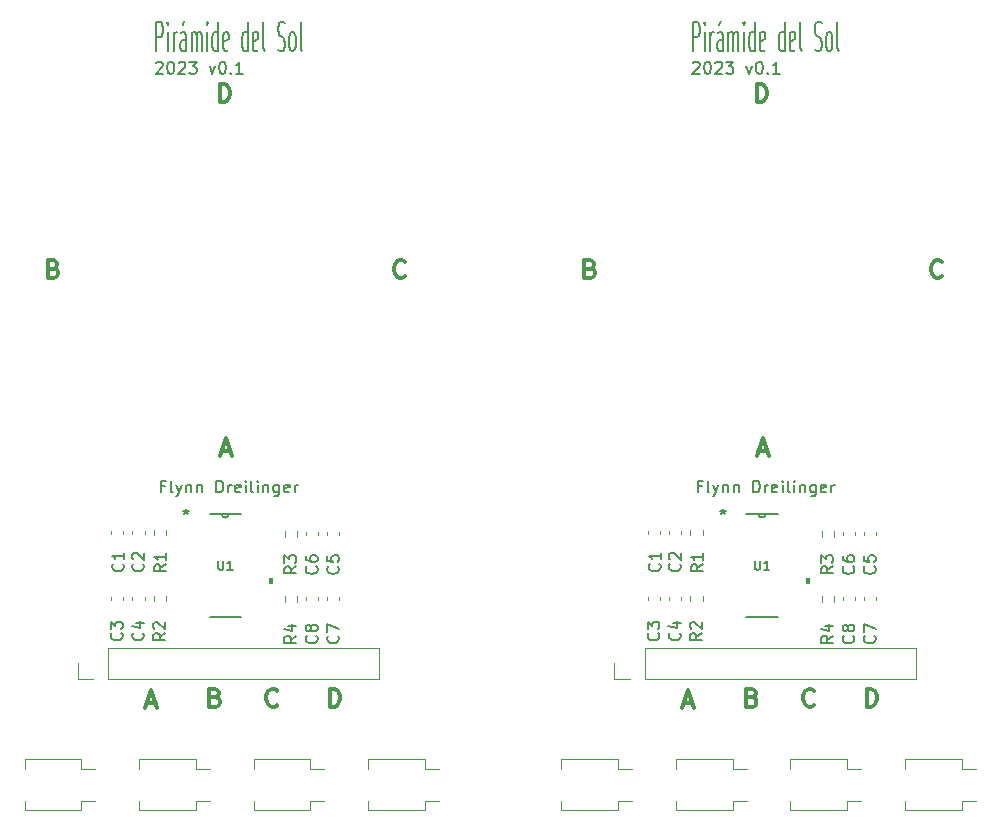
<source format=gbr>
%TF.GenerationSoftware,KiCad,Pcbnew,7.0.7*%
%TF.CreationDate,2023-10-25T17:49:02-07:00*%
%TF.ProjectId,sfh2430_breakout_panelized,73666832-3433-4305-9f62-7265616b6f75,rev?*%
%TF.SameCoordinates,Original*%
%TF.FileFunction,Legend,Top*%
%TF.FilePolarity,Positive*%
%FSLAX46Y46*%
G04 Gerber Fmt 4.6, Leading zero omitted, Abs format (unit mm)*
G04 Created by KiCad (PCBNEW 7.0.7) date 2023-10-25 17:49:02*
%MOMM*%
%LPD*%
G01*
G04 APERTURE LIST*
%ADD10C,0.300000*%
%ADD11C,0.150000*%
%ADD12C,0.120000*%
%ADD13C,0.152400*%
%ADD14C,0.025400*%
G04 APERTURE END LIST*
D10*
X117983082Y-84122257D02*
X118697368Y-84122257D01*
X117840225Y-84550828D02*
X118340225Y-83050828D01*
X118340225Y-83050828D02*
X118840225Y-84550828D01*
X117854510Y-54550828D02*
X117854510Y-53050828D01*
X117854510Y-53050828D02*
X118211653Y-53050828D01*
X118211653Y-53050828D02*
X118425939Y-53122257D01*
X118425939Y-53122257D02*
X118568796Y-53265114D01*
X118568796Y-53265114D02*
X118640225Y-53407971D01*
X118640225Y-53407971D02*
X118711653Y-53693685D01*
X118711653Y-53693685D02*
X118711653Y-53907971D01*
X118711653Y-53907971D02*
X118640225Y-54193685D01*
X118640225Y-54193685D02*
X118568796Y-54336542D01*
X118568796Y-54336542D02*
X118425939Y-54479400D01*
X118425939Y-54479400D02*
X118211653Y-54550828D01*
X118211653Y-54550828D02*
X117854510Y-54550828D01*
X127154510Y-105750828D02*
X127154510Y-104250828D01*
X127154510Y-104250828D02*
X127511653Y-104250828D01*
X127511653Y-104250828D02*
X127725939Y-104322257D01*
X127725939Y-104322257D02*
X127868796Y-104465114D01*
X127868796Y-104465114D02*
X127940225Y-104607971D01*
X127940225Y-104607971D02*
X128011653Y-104893685D01*
X128011653Y-104893685D02*
X128011653Y-105107971D01*
X128011653Y-105107971D02*
X127940225Y-105393685D01*
X127940225Y-105393685D02*
X127868796Y-105536542D01*
X127868796Y-105536542D02*
X127725939Y-105679400D01*
X127725939Y-105679400D02*
X127511653Y-105750828D01*
X127511653Y-105750828D02*
X127154510Y-105750828D01*
D11*
X66986779Y-50286247D02*
X66986779Y-47786247D01*
X66986779Y-47786247D02*
X67367731Y-47786247D01*
X67367731Y-47786247D02*
X67462969Y-47905295D01*
X67462969Y-47905295D02*
X67510588Y-48024342D01*
X67510588Y-48024342D02*
X67558207Y-48262438D01*
X67558207Y-48262438D02*
X67558207Y-48619580D01*
X67558207Y-48619580D02*
X67510588Y-48857676D01*
X67510588Y-48857676D02*
X67462969Y-48976723D01*
X67462969Y-48976723D02*
X67367731Y-49095771D01*
X67367731Y-49095771D02*
X66986779Y-49095771D01*
X67986779Y-50286247D02*
X67986779Y-48619580D01*
X67986779Y-47786247D02*
X67939160Y-47905295D01*
X67939160Y-47905295D02*
X67986779Y-48024342D01*
X67986779Y-48024342D02*
X68034398Y-47905295D01*
X68034398Y-47905295D02*
X67986779Y-47786247D01*
X67986779Y-47786247D02*
X67986779Y-48024342D01*
X68462969Y-50286247D02*
X68462969Y-48619580D01*
X68462969Y-49095771D02*
X68510588Y-48857676D01*
X68510588Y-48857676D02*
X68558207Y-48738628D01*
X68558207Y-48738628D02*
X68653445Y-48619580D01*
X68653445Y-48619580D02*
X68748683Y-48619580D01*
X69510588Y-50286247D02*
X69510588Y-48976723D01*
X69510588Y-48976723D02*
X69462969Y-48738628D01*
X69462969Y-48738628D02*
X69367731Y-48619580D01*
X69367731Y-48619580D02*
X69177255Y-48619580D01*
X69177255Y-48619580D02*
X69082017Y-48738628D01*
X69510588Y-50167200D02*
X69415350Y-50286247D01*
X69415350Y-50286247D02*
X69177255Y-50286247D01*
X69177255Y-50286247D02*
X69082017Y-50167200D01*
X69082017Y-50167200D02*
X69034398Y-49929104D01*
X69034398Y-49929104D02*
X69034398Y-49691009D01*
X69034398Y-49691009D02*
X69082017Y-49452914D01*
X69082017Y-49452914D02*
X69177255Y-49333866D01*
X69177255Y-49333866D02*
X69415350Y-49333866D01*
X69415350Y-49333866D02*
X69510588Y-49214819D01*
X69367731Y-47667200D02*
X69224874Y-48024342D01*
X69986779Y-50286247D02*
X69986779Y-48619580D01*
X69986779Y-48857676D02*
X70034398Y-48738628D01*
X70034398Y-48738628D02*
X70129636Y-48619580D01*
X70129636Y-48619580D02*
X70272493Y-48619580D01*
X70272493Y-48619580D02*
X70367731Y-48738628D01*
X70367731Y-48738628D02*
X70415350Y-48976723D01*
X70415350Y-48976723D02*
X70415350Y-50286247D01*
X70415350Y-48976723D02*
X70462969Y-48738628D01*
X70462969Y-48738628D02*
X70558207Y-48619580D01*
X70558207Y-48619580D02*
X70701064Y-48619580D01*
X70701064Y-48619580D02*
X70796303Y-48738628D01*
X70796303Y-48738628D02*
X70843922Y-48976723D01*
X70843922Y-48976723D02*
X70843922Y-50286247D01*
X71320112Y-50286247D02*
X71320112Y-48619580D01*
X71320112Y-47786247D02*
X71272493Y-47905295D01*
X71272493Y-47905295D02*
X71320112Y-48024342D01*
X71320112Y-48024342D02*
X71367731Y-47905295D01*
X71367731Y-47905295D02*
X71320112Y-47786247D01*
X71320112Y-47786247D02*
X71320112Y-48024342D01*
X72224873Y-50286247D02*
X72224873Y-47786247D01*
X72224873Y-50167200D02*
X72129635Y-50286247D01*
X72129635Y-50286247D02*
X71939159Y-50286247D01*
X71939159Y-50286247D02*
X71843921Y-50167200D01*
X71843921Y-50167200D02*
X71796302Y-50048152D01*
X71796302Y-50048152D02*
X71748683Y-49810057D01*
X71748683Y-49810057D02*
X71748683Y-49095771D01*
X71748683Y-49095771D02*
X71796302Y-48857676D01*
X71796302Y-48857676D02*
X71843921Y-48738628D01*
X71843921Y-48738628D02*
X71939159Y-48619580D01*
X71939159Y-48619580D02*
X72129635Y-48619580D01*
X72129635Y-48619580D02*
X72224873Y-48738628D01*
X73082016Y-50167200D02*
X72986778Y-50286247D01*
X72986778Y-50286247D02*
X72796302Y-50286247D01*
X72796302Y-50286247D02*
X72701064Y-50167200D01*
X72701064Y-50167200D02*
X72653445Y-49929104D01*
X72653445Y-49929104D02*
X72653445Y-48976723D01*
X72653445Y-48976723D02*
X72701064Y-48738628D01*
X72701064Y-48738628D02*
X72796302Y-48619580D01*
X72796302Y-48619580D02*
X72986778Y-48619580D01*
X72986778Y-48619580D02*
X73082016Y-48738628D01*
X73082016Y-48738628D02*
X73129635Y-48976723D01*
X73129635Y-48976723D02*
X73129635Y-49214819D01*
X73129635Y-49214819D02*
X72653445Y-49452914D01*
X74748683Y-50286247D02*
X74748683Y-47786247D01*
X74748683Y-50167200D02*
X74653445Y-50286247D01*
X74653445Y-50286247D02*
X74462969Y-50286247D01*
X74462969Y-50286247D02*
X74367731Y-50167200D01*
X74367731Y-50167200D02*
X74320112Y-50048152D01*
X74320112Y-50048152D02*
X74272493Y-49810057D01*
X74272493Y-49810057D02*
X74272493Y-49095771D01*
X74272493Y-49095771D02*
X74320112Y-48857676D01*
X74320112Y-48857676D02*
X74367731Y-48738628D01*
X74367731Y-48738628D02*
X74462969Y-48619580D01*
X74462969Y-48619580D02*
X74653445Y-48619580D01*
X74653445Y-48619580D02*
X74748683Y-48738628D01*
X75605826Y-50167200D02*
X75510588Y-50286247D01*
X75510588Y-50286247D02*
X75320112Y-50286247D01*
X75320112Y-50286247D02*
X75224874Y-50167200D01*
X75224874Y-50167200D02*
X75177255Y-49929104D01*
X75177255Y-49929104D02*
X75177255Y-48976723D01*
X75177255Y-48976723D02*
X75224874Y-48738628D01*
X75224874Y-48738628D02*
X75320112Y-48619580D01*
X75320112Y-48619580D02*
X75510588Y-48619580D01*
X75510588Y-48619580D02*
X75605826Y-48738628D01*
X75605826Y-48738628D02*
X75653445Y-48976723D01*
X75653445Y-48976723D02*
X75653445Y-49214819D01*
X75653445Y-49214819D02*
X75177255Y-49452914D01*
X76224874Y-50286247D02*
X76129636Y-50167200D01*
X76129636Y-50167200D02*
X76082017Y-49929104D01*
X76082017Y-49929104D02*
X76082017Y-47786247D01*
X77320113Y-50167200D02*
X77462970Y-50286247D01*
X77462970Y-50286247D02*
X77701065Y-50286247D01*
X77701065Y-50286247D02*
X77796303Y-50167200D01*
X77796303Y-50167200D02*
X77843922Y-50048152D01*
X77843922Y-50048152D02*
X77891541Y-49810057D01*
X77891541Y-49810057D02*
X77891541Y-49571961D01*
X77891541Y-49571961D02*
X77843922Y-49333866D01*
X77843922Y-49333866D02*
X77796303Y-49214819D01*
X77796303Y-49214819D02*
X77701065Y-49095771D01*
X77701065Y-49095771D02*
X77510589Y-48976723D01*
X77510589Y-48976723D02*
X77415351Y-48857676D01*
X77415351Y-48857676D02*
X77367732Y-48738628D01*
X77367732Y-48738628D02*
X77320113Y-48500533D01*
X77320113Y-48500533D02*
X77320113Y-48262438D01*
X77320113Y-48262438D02*
X77367732Y-48024342D01*
X77367732Y-48024342D02*
X77415351Y-47905295D01*
X77415351Y-47905295D02*
X77510589Y-47786247D01*
X77510589Y-47786247D02*
X77748684Y-47786247D01*
X77748684Y-47786247D02*
X77891541Y-47905295D01*
X78462970Y-50286247D02*
X78367732Y-50167200D01*
X78367732Y-50167200D02*
X78320113Y-50048152D01*
X78320113Y-50048152D02*
X78272494Y-49810057D01*
X78272494Y-49810057D02*
X78272494Y-49095771D01*
X78272494Y-49095771D02*
X78320113Y-48857676D01*
X78320113Y-48857676D02*
X78367732Y-48738628D01*
X78367732Y-48738628D02*
X78462970Y-48619580D01*
X78462970Y-48619580D02*
X78605827Y-48619580D01*
X78605827Y-48619580D02*
X78701065Y-48738628D01*
X78701065Y-48738628D02*
X78748684Y-48857676D01*
X78748684Y-48857676D02*
X78796303Y-49095771D01*
X78796303Y-49095771D02*
X78796303Y-49810057D01*
X78796303Y-49810057D02*
X78748684Y-50048152D01*
X78748684Y-50048152D02*
X78701065Y-50167200D01*
X78701065Y-50167200D02*
X78605827Y-50286247D01*
X78605827Y-50286247D02*
X78462970Y-50286247D01*
X79367732Y-50286247D02*
X79272494Y-50167200D01*
X79272494Y-50167200D02*
X79224875Y-49929104D01*
X79224875Y-49929104D02*
X79224875Y-47786247D01*
D10*
X117454510Y-104965114D02*
X117668796Y-105036542D01*
X117668796Y-105036542D02*
X117740225Y-105107971D01*
X117740225Y-105107971D02*
X117811653Y-105250828D01*
X117811653Y-105250828D02*
X117811653Y-105465114D01*
X117811653Y-105465114D02*
X117740225Y-105607971D01*
X117740225Y-105607971D02*
X117668796Y-105679400D01*
X117668796Y-105679400D02*
X117525939Y-105750828D01*
X117525939Y-105750828D02*
X116954510Y-105750828D01*
X116954510Y-105750828D02*
X116954510Y-104250828D01*
X116954510Y-104250828D02*
X117454510Y-104250828D01*
X117454510Y-104250828D02*
X117597368Y-104322257D01*
X117597368Y-104322257D02*
X117668796Y-104393685D01*
X117668796Y-104393685D02*
X117740225Y-104536542D01*
X117740225Y-104536542D02*
X117740225Y-104679400D01*
X117740225Y-104679400D02*
X117668796Y-104822257D01*
X117668796Y-104822257D02*
X117597368Y-104893685D01*
X117597368Y-104893685D02*
X117454510Y-104965114D01*
X117454510Y-104965114D02*
X116954510Y-104965114D01*
X72004510Y-104965114D02*
X72218796Y-105036542D01*
X72218796Y-105036542D02*
X72290225Y-105107971D01*
X72290225Y-105107971D02*
X72361653Y-105250828D01*
X72361653Y-105250828D02*
X72361653Y-105465114D01*
X72361653Y-105465114D02*
X72290225Y-105607971D01*
X72290225Y-105607971D02*
X72218796Y-105679400D01*
X72218796Y-105679400D02*
X72075939Y-105750828D01*
X72075939Y-105750828D02*
X71504510Y-105750828D01*
X71504510Y-105750828D02*
X71504510Y-104250828D01*
X71504510Y-104250828D02*
X72004510Y-104250828D01*
X72004510Y-104250828D02*
X72147368Y-104322257D01*
X72147368Y-104322257D02*
X72218796Y-104393685D01*
X72218796Y-104393685D02*
X72290225Y-104536542D01*
X72290225Y-104536542D02*
X72290225Y-104679400D01*
X72290225Y-104679400D02*
X72218796Y-104822257D01*
X72218796Y-104822257D02*
X72147368Y-104893685D01*
X72147368Y-104893685D02*
X72004510Y-104965114D01*
X72004510Y-104965114D02*
X71504510Y-104965114D01*
X58304510Y-68665114D02*
X58518796Y-68736542D01*
X58518796Y-68736542D02*
X58590225Y-68807971D01*
X58590225Y-68807971D02*
X58661653Y-68950828D01*
X58661653Y-68950828D02*
X58661653Y-69165114D01*
X58661653Y-69165114D02*
X58590225Y-69307971D01*
X58590225Y-69307971D02*
X58518796Y-69379400D01*
X58518796Y-69379400D02*
X58375939Y-69450828D01*
X58375939Y-69450828D02*
X57804510Y-69450828D01*
X57804510Y-69450828D02*
X57804510Y-67950828D01*
X57804510Y-67950828D02*
X58304510Y-67950828D01*
X58304510Y-67950828D02*
X58447368Y-68022257D01*
X58447368Y-68022257D02*
X58518796Y-68093685D01*
X58518796Y-68093685D02*
X58590225Y-68236542D01*
X58590225Y-68236542D02*
X58590225Y-68379400D01*
X58590225Y-68379400D02*
X58518796Y-68522257D01*
X58518796Y-68522257D02*
X58447368Y-68593685D01*
X58447368Y-68593685D02*
X58304510Y-68665114D01*
X58304510Y-68665114D02*
X57804510Y-68665114D01*
X72533082Y-84122257D02*
X73247368Y-84122257D01*
X72390225Y-84550828D02*
X72890225Y-83050828D01*
X72890225Y-83050828D02*
X73390225Y-84550828D01*
X133511653Y-69307971D02*
X133440225Y-69379400D01*
X133440225Y-69379400D02*
X133225939Y-69450828D01*
X133225939Y-69450828D02*
X133083082Y-69450828D01*
X133083082Y-69450828D02*
X132868796Y-69379400D01*
X132868796Y-69379400D02*
X132725939Y-69236542D01*
X132725939Y-69236542D02*
X132654510Y-69093685D01*
X132654510Y-69093685D02*
X132583082Y-68807971D01*
X132583082Y-68807971D02*
X132583082Y-68593685D01*
X132583082Y-68593685D02*
X132654510Y-68307971D01*
X132654510Y-68307971D02*
X132725939Y-68165114D01*
X132725939Y-68165114D02*
X132868796Y-68022257D01*
X132868796Y-68022257D02*
X133083082Y-67950828D01*
X133083082Y-67950828D02*
X133225939Y-67950828D01*
X133225939Y-67950828D02*
X133440225Y-68022257D01*
X133440225Y-68022257D02*
X133511653Y-68093685D01*
D11*
X67720112Y-87096009D02*
X67386779Y-87096009D01*
X67386779Y-87619819D02*
X67386779Y-86619819D01*
X67386779Y-86619819D02*
X67862969Y-86619819D01*
X68386779Y-87619819D02*
X68291541Y-87572200D01*
X68291541Y-87572200D02*
X68243922Y-87476961D01*
X68243922Y-87476961D02*
X68243922Y-86619819D01*
X68672494Y-86953152D02*
X68910589Y-87619819D01*
X69148684Y-86953152D02*
X68910589Y-87619819D01*
X68910589Y-87619819D02*
X68815351Y-87857914D01*
X68815351Y-87857914D02*
X68767732Y-87905533D01*
X68767732Y-87905533D02*
X68672494Y-87953152D01*
X69529637Y-86953152D02*
X69529637Y-87619819D01*
X69529637Y-87048390D02*
X69577256Y-87000771D01*
X69577256Y-87000771D02*
X69672494Y-86953152D01*
X69672494Y-86953152D02*
X69815351Y-86953152D01*
X69815351Y-86953152D02*
X69910589Y-87000771D01*
X69910589Y-87000771D02*
X69958208Y-87096009D01*
X69958208Y-87096009D02*
X69958208Y-87619819D01*
X70434399Y-86953152D02*
X70434399Y-87619819D01*
X70434399Y-87048390D02*
X70482018Y-87000771D01*
X70482018Y-87000771D02*
X70577256Y-86953152D01*
X70577256Y-86953152D02*
X70720113Y-86953152D01*
X70720113Y-86953152D02*
X70815351Y-87000771D01*
X70815351Y-87000771D02*
X70862970Y-87096009D01*
X70862970Y-87096009D02*
X70862970Y-87619819D01*
X72101066Y-87619819D02*
X72101066Y-86619819D01*
X72101066Y-86619819D02*
X72339161Y-86619819D01*
X72339161Y-86619819D02*
X72482018Y-86667438D01*
X72482018Y-86667438D02*
X72577256Y-86762676D01*
X72577256Y-86762676D02*
X72624875Y-86857914D01*
X72624875Y-86857914D02*
X72672494Y-87048390D01*
X72672494Y-87048390D02*
X72672494Y-87191247D01*
X72672494Y-87191247D02*
X72624875Y-87381723D01*
X72624875Y-87381723D02*
X72577256Y-87476961D01*
X72577256Y-87476961D02*
X72482018Y-87572200D01*
X72482018Y-87572200D02*
X72339161Y-87619819D01*
X72339161Y-87619819D02*
X72101066Y-87619819D01*
X73101066Y-87619819D02*
X73101066Y-86953152D01*
X73101066Y-87143628D02*
X73148685Y-87048390D01*
X73148685Y-87048390D02*
X73196304Y-87000771D01*
X73196304Y-87000771D02*
X73291542Y-86953152D01*
X73291542Y-86953152D02*
X73386780Y-86953152D01*
X74101066Y-87572200D02*
X74005828Y-87619819D01*
X74005828Y-87619819D02*
X73815352Y-87619819D01*
X73815352Y-87619819D02*
X73720114Y-87572200D01*
X73720114Y-87572200D02*
X73672495Y-87476961D01*
X73672495Y-87476961D02*
X73672495Y-87096009D01*
X73672495Y-87096009D02*
X73720114Y-87000771D01*
X73720114Y-87000771D02*
X73815352Y-86953152D01*
X73815352Y-86953152D02*
X74005828Y-86953152D01*
X74005828Y-86953152D02*
X74101066Y-87000771D01*
X74101066Y-87000771D02*
X74148685Y-87096009D01*
X74148685Y-87096009D02*
X74148685Y-87191247D01*
X74148685Y-87191247D02*
X73672495Y-87286485D01*
X74577257Y-87619819D02*
X74577257Y-86953152D01*
X74577257Y-86619819D02*
X74529638Y-86667438D01*
X74529638Y-86667438D02*
X74577257Y-86715057D01*
X74577257Y-86715057D02*
X74624876Y-86667438D01*
X74624876Y-86667438D02*
X74577257Y-86619819D01*
X74577257Y-86619819D02*
X74577257Y-86715057D01*
X75196304Y-87619819D02*
X75101066Y-87572200D01*
X75101066Y-87572200D02*
X75053447Y-87476961D01*
X75053447Y-87476961D02*
X75053447Y-86619819D01*
X75577257Y-87619819D02*
X75577257Y-86953152D01*
X75577257Y-86619819D02*
X75529638Y-86667438D01*
X75529638Y-86667438D02*
X75577257Y-86715057D01*
X75577257Y-86715057D02*
X75624876Y-86667438D01*
X75624876Y-86667438D02*
X75577257Y-86619819D01*
X75577257Y-86619819D02*
X75577257Y-86715057D01*
X76053447Y-86953152D02*
X76053447Y-87619819D01*
X76053447Y-87048390D02*
X76101066Y-87000771D01*
X76101066Y-87000771D02*
X76196304Y-86953152D01*
X76196304Y-86953152D02*
X76339161Y-86953152D01*
X76339161Y-86953152D02*
X76434399Y-87000771D01*
X76434399Y-87000771D02*
X76482018Y-87096009D01*
X76482018Y-87096009D02*
X76482018Y-87619819D01*
X77386780Y-86953152D02*
X77386780Y-87762676D01*
X77386780Y-87762676D02*
X77339161Y-87857914D01*
X77339161Y-87857914D02*
X77291542Y-87905533D01*
X77291542Y-87905533D02*
X77196304Y-87953152D01*
X77196304Y-87953152D02*
X77053447Y-87953152D01*
X77053447Y-87953152D02*
X76958209Y-87905533D01*
X77386780Y-87572200D02*
X77291542Y-87619819D01*
X77291542Y-87619819D02*
X77101066Y-87619819D01*
X77101066Y-87619819D02*
X77005828Y-87572200D01*
X77005828Y-87572200D02*
X76958209Y-87524580D01*
X76958209Y-87524580D02*
X76910590Y-87429342D01*
X76910590Y-87429342D02*
X76910590Y-87143628D01*
X76910590Y-87143628D02*
X76958209Y-87048390D01*
X76958209Y-87048390D02*
X77005828Y-87000771D01*
X77005828Y-87000771D02*
X77101066Y-86953152D01*
X77101066Y-86953152D02*
X77291542Y-86953152D01*
X77291542Y-86953152D02*
X77386780Y-87000771D01*
X78243923Y-87572200D02*
X78148685Y-87619819D01*
X78148685Y-87619819D02*
X77958209Y-87619819D01*
X77958209Y-87619819D02*
X77862971Y-87572200D01*
X77862971Y-87572200D02*
X77815352Y-87476961D01*
X77815352Y-87476961D02*
X77815352Y-87096009D01*
X77815352Y-87096009D02*
X77862971Y-87000771D01*
X77862971Y-87000771D02*
X77958209Y-86953152D01*
X77958209Y-86953152D02*
X78148685Y-86953152D01*
X78148685Y-86953152D02*
X78243923Y-87000771D01*
X78243923Y-87000771D02*
X78291542Y-87096009D01*
X78291542Y-87096009D02*
X78291542Y-87191247D01*
X78291542Y-87191247D02*
X77815352Y-87286485D01*
X78720114Y-87619819D02*
X78720114Y-86953152D01*
X78720114Y-87143628D02*
X78767733Y-87048390D01*
X78767733Y-87048390D02*
X78815352Y-87000771D01*
X78815352Y-87000771D02*
X78910590Y-86953152D01*
X78910590Y-86953152D02*
X79005828Y-86953152D01*
D10*
X111683082Y-105422257D02*
X112397368Y-105422257D01*
X111540225Y-105850828D02*
X112040225Y-104350828D01*
X112040225Y-104350828D02*
X112540225Y-105850828D01*
X103754510Y-68665114D02*
X103968796Y-68736542D01*
X103968796Y-68736542D02*
X104040225Y-68807971D01*
X104040225Y-68807971D02*
X104111653Y-68950828D01*
X104111653Y-68950828D02*
X104111653Y-69165114D01*
X104111653Y-69165114D02*
X104040225Y-69307971D01*
X104040225Y-69307971D02*
X103968796Y-69379400D01*
X103968796Y-69379400D02*
X103825939Y-69450828D01*
X103825939Y-69450828D02*
X103254510Y-69450828D01*
X103254510Y-69450828D02*
X103254510Y-67950828D01*
X103254510Y-67950828D02*
X103754510Y-67950828D01*
X103754510Y-67950828D02*
X103897368Y-68022257D01*
X103897368Y-68022257D02*
X103968796Y-68093685D01*
X103968796Y-68093685D02*
X104040225Y-68236542D01*
X104040225Y-68236542D02*
X104040225Y-68379400D01*
X104040225Y-68379400D02*
X103968796Y-68522257D01*
X103968796Y-68522257D02*
X103897368Y-68593685D01*
X103897368Y-68593685D02*
X103754510Y-68665114D01*
X103754510Y-68665114D02*
X103254510Y-68665114D01*
X81704510Y-105750828D02*
X81704510Y-104250828D01*
X81704510Y-104250828D02*
X82061653Y-104250828D01*
X82061653Y-104250828D02*
X82275939Y-104322257D01*
X82275939Y-104322257D02*
X82418796Y-104465114D01*
X82418796Y-104465114D02*
X82490225Y-104607971D01*
X82490225Y-104607971D02*
X82561653Y-104893685D01*
X82561653Y-104893685D02*
X82561653Y-105107971D01*
X82561653Y-105107971D02*
X82490225Y-105393685D01*
X82490225Y-105393685D02*
X82418796Y-105536542D01*
X82418796Y-105536542D02*
X82275939Y-105679400D01*
X82275939Y-105679400D02*
X82061653Y-105750828D01*
X82061653Y-105750828D02*
X81704510Y-105750828D01*
X77261653Y-105607971D02*
X77190225Y-105679400D01*
X77190225Y-105679400D02*
X76975939Y-105750828D01*
X76975939Y-105750828D02*
X76833082Y-105750828D01*
X76833082Y-105750828D02*
X76618796Y-105679400D01*
X76618796Y-105679400D02*
X76475939Y-105536542D01*
X76475939Y-105536542D02*
X76404510Y-105393685D01*
X76404510Y-105393685D02*
X76333082Y-105107971D01*
X76333082Y-105107971D02*
X76333082Y-104893685D01*
X76333082Y-104893685D02*
X76404510Y-104607971D01*
X76404510Y-104607971D02*
X76475939Y-104465114D01*
X76475939Y-104465114D02*
X76618796Y-104322257D01*
X76618796Y-104322257D02*
X76833082Y-104250828D01*
X76833082Y-104250828D02*
X76975939Y-104250828D01*
X76975939Y-104250828D02*
X77190225Y-104322257D01*
X77190225Y-104322257D02*
X77261653Y-104393685D01*
D11*
X112439160Y-51265057D02*
X112486779Y-51217438D01*
X112486779Y-51217438D02*
X112582017Y-51169819D01*
X112582017Y-51169819D02*
X112820112Y-51169819D01*
X112820112Y-51169819D02*
X112915350Y-51217438D01*
X112915350Y-51217438D02*
X112962969Y-51265057D01*
X112962969Y-51265057D02*
X113010588Y-51360295D01*
X113010588Y-51360295D02*
X113010588Y-51455533D01*
X113010588Y-51455533D02*
X112962969Y-51598390D01*
X112962969Y-51598390D02*
X112391541Y-52169819D01*
X112391541Y-52169819D02*
X113010588Y-52169819D01*
X113629636Y-51169819D02*
X113724874Y-51169819D01*
X113724874Y-51169819D02*
X113820112Y-51217438D01*
X113820112Y-51217438D02*
X113867731Y-51265057D01*
X113867731Y-51265057D02*
X113915350Y-51360295D01*
X113915350Y-51360295D02*
X113962969Y-51550771D01*
X113962969Y-51550771D02*
X113962969Y-51788866D01*
X113962969Y-51788866D02*
X113915350Y-51979342D01*
X113915350Y-51979342D02*
X113867731Y-52074580D01*
X113867731Y-52074580D02*
X113820112Y-52122200D01*
X113820112Y-52122200D02*
X113724874Y-52169819D01*
X113724874Y-52169819D02*
X113629636Y-52169819D01*
X113629636Y-52169819D02*
X113534398Y-52122200D01*
X113534398Y-52122200D02*
X113486779Y-52074580D01*
X113486779Y-52074580D02*
X113439160Y-51979342D01*
X113439160Y-51979342D02*
X113391541Y-51788866D01*
X113391541Y-51788866D02*
X113391541Y-51550771D01*
X113391541Y-51550771D02*
X113439160Y-51360295D01*
X113439160Y-51360295D02*
X113486779Y-51265057D01*
X113486779Y-51265057D02*
X113534398Y-51217438D01*
X113534398Y-51217438D02*
X113629636Y-51169819D01*
X114343922Y-51265057D02*
X114391541Y-51217438D01*
X114391541Y-51217438D02*
X114486779Y-51169819D01*
X114486779Y-51169819D02*
X114724874Y-51169819D01*
X114724874Y-51169819D02*
X114820112Y-51217438D01*
X114820112Y-51217438D02*
X114867731Y-51265057D01*
X114867731Y-51265057D02*
X114915350Y-51360295D01*
X114915350Y-51360295D02*
X114915350Y-51455533D01*
X114915350Y-51455533D02*
X114867731Y-51598390D01*
X114867731Y-51598390D02*
X114296303Y-52169819D01*
X114296303Y-52169819D02*
X114915350Y-52169819D01*
X115248684Y-51169819D02*
X115867731Y-51169819D01*
X115867731Y-51169819D02*
X115534398Y-51550771D01*
X115534398Y-51550771D02*
X115677255Y-51550771D01*
X115677255Y-51550771D02*
X115772493Y-51598390D01*
X115772493Y-51598390D02*
X115820112Y-51646009D01*
X115820112Y-51646009D02*
X115867731Y-51741247D01*
X115867731Y-51741247D02*
X115867731Y-51979342D01*
X115867731Y-51979342D02*
X115820112Y-52074580D01*
X115820112Y-52074580D02*
X115772493Y-52122200D01*
X115772493Y-52122200D02*
X115677255Y-52169819D01*
X115677255Y-52169819D02*
X115391541Y-52169819D01*
X115391541Y-52169819D02*
X115296303Y-52122200D01*
X115296303Y-52122200D02*
X115248684Y-52074580D01*
X116962970Y-51503152D02*
X117201065Y-52169819D01*
X117201065Y-52169819D02*
X117439160Y-51503152D01*
X118010589Y-51169819D02*
X118105827Y-51169819D01*
X118105827Y-51169819D02*
X118201065Y-51217438D01*
X118201065Y-51217438D02*
X118248684Y-51265057D01*
X118248684Y-51265057D02*
X118296303Y-51360295D01*
X118296303Y-51360295D02*
X118343922Y-51550771D01*
X118343922Y-51550771D02*
X118343922Y-51788866D01*
X118343922Y-51788866D02*
X118296303Y-51979342D01*
X118296303Y-51979342D02*
X118248684Y-52074580D01*
X118248684Y-52074580D02*
X118201065Y-52122200D01*
X118201065Y-52122200D02*
X118105827Y-52169819D01*
X118105827Y-52169819D02*
X118010589Y-52169819D01*
X118010589Y-52169819D02*
X117915351Y-52122200D01*
X117915351Y-52122200D02*
X117867732Y-52074580D01*
X117867732Y-52074580D02*
X117820113Y-51979342D01*
X117820113Y-51979342D02*
X117772494Y-51788866D01*
X117772494Y-51788866D02*
X117772494Y-51550771D01*
X117772494Y-51550771D02*
X117820113Y-51360295D01*
X117820113Y-51360295D02*
X117867732Y-51265057D01*
X117867732Y-51265057D02*
X117915351Y-51217438D01*
X117915351Y-51217438D02*
X118010589Y-51169819D01*
X118772494Y-52074580D02*
X118820113Y-52122200D01*
X118820113Y-52122200D02*
X118772494Y-52169819D01*
X118772494Y-52169819D02*
X118724875Y-52122200D01*
X118724875Y-52122200D02*
X118772494Y-52074580D01*
X118772494Y-52074580D02*
X118772494Y-52169819D01*
X119772493Y-52169819D02*
X119201065Y-52169819D01*
X119486779Y-52169819D02*
X119486779Y-51169819D01*
X119486779Y-51169819D02*
X119391541Y-51312676D01*
X119391541Y-51312676D02*
X119296303Y-51407914D01*
X119296303Y-51407914D02*
X119201065Y-51455533D01*
D10*
X66233082Y-105422257D02*
X66947368Y-105422257D01*
X66090225Y-105850828D02*
X66590225Y-104350828D01*
X66590225Y-104350828D02*
X67090225Y-105850828D01*
X88061653Y-69307971D02*
X87990225Y-69379400D01*
X87990225Y-69379400D02*
X87775939Y-69450828D01*
X87775939Y-69450828D02*
X87633082Y-69450828D01*
X87633082Y-69450828D02*
X87418796Y-69379400D01*
X87418796Y-69379400D02*
X87275939Y-69236542D01*
X87275939Y-69236542D02*
X87204510Y-69093685D01*
X87204510Y-69093685D02*
X87133082Y-68807971D01*
X87133082Y-68807971D02*
X87133082Y-68593685D01*
X87133082Y-68593685D02*
X87204510Y-68307971D01*
X87204510Y-68307971D02*
X87275939Y-68165114D01*
X87275939Y-68165114D02*
X87418796Y-68022257D01*
X87418796Y-68022257D02*
X87633082Y-67950828D01*
X87633082Y-67950828D02*
X87775939Y-67950828D01*
X87775939Y-67950828D02*
X87990225Y-68022257D01*
X87990225Y-68022257D02*
X88061653Y-68093685D01*
D11*
X66989160Y-51265057D02*
X67036779Y-51217438D01*
X67036779Y-51217438D02*
X67132017Y-51169819D01*
X67132017Y-51169819D02*
X67370112Y-51169819D01*
X67370112Y-51169819D02*
X67465350Y-51217438D01*
X67465350Y-51217438D02*
X67512969Y-51265057D01*
X67512969Y-51265057D02*
X67560588Y-51360295D01*
X67560588Y-51360295D02*
X67560588Y-51455533D01*
X67560588Y-51455533D02*
X67512969Y-51598390D01*
X67512969Y-51598390D02*
X66941541Y-52169819D01*
X66941541Y-52169819D02*
X67560588Y-52169819D01*
X68179636Y-51169819D02*
X68274874Y-51169819D01*
X68274874Y-51169819D02*
X68370112Y-51217438D01*
X68370112Y-51217438D02*
X68417731Y-51265057D01*
X68417731Y-51265057D02*
X68465350Y-51360295D01*
X68465350Y-51360295D02*
X68512969Y-51550771D01*
X68512969Y-51550771D02*
X68512969Y-51788866D01*
X68512969Y-51788866D02*
X68465350Y-51979342D01*
X68465350Y-51979342D02*
X68417731Y-52074580D01*
X68417731Y-52074580D02*
X68370112Y-52122200D01*
X68370112Y-52122200D02*
X68274874Y-52169819D01*
X68274874Y-52169819D02*
X68179636Y-52169819D01*
X68179636Y-52169819D02*
X68084398Y-52122200D01*
X68084398Y-52122200D02*
X68036779Y-52074580D01*
X68036779Y-52074580D02*
X67989160Y-51979342D01*
X67989160Y-51979342D02*
X67941541Y-51788866D01*
X67941541Y-51788866D02*
X67941541Y-51550771D01*
X67941541Y-51550771D02*
X67989160Y-51360295D01*
X67989160Y-51360295D02*
X68036779Y-51265057D01*
X68036779Y-51265057D02*
X68084398Y-51217438D01*
X68084398Y-51217438D02*
X68179636Y-51169819D01*
X68893922Y-51265057D02*
X68941541Y-51217438D01*
X68941541Y-51217438D02*
X69036779Y-51169819D01*
X69036779Y-51169819D02*
X69274874Y-51169819D01*
X69274874Y-51169819D02*
X69370112Y-51217438D01*
X69370112Y-51217438D02*
X69417731Y-51265057D01*
X69417731Y-51265057D02*
X69465350Y-51360295D01*
X69465350Y-51360295D02*
X69465350Y-51455533D01*
X69465350Y-51455533D02*
X69417731Y-51598390D01*
X69417731Y-51598390D02*
X68846303Y-52169819D01*
X68846303Y-52169819D02*
X69465350Y-52169819D01*
X69798684Y-51169819D02*
X70417731Y-51169819D01*
X70417731Y-51169819D02*
X70084398Y-51550771D01*
X70084398Y-51550771D02*
X70227255Y-51550771D01*
X70227255Y-51550771D02*
X70322493Y-51598390D01*
X70322493Y-51598390D02*
X70370112Y-51646009D01*
X70370112Y-51646009D02*
X70417731Y-51741247D01*
X70417731Y-51741247D02*
X70417731Y-51979342D01*
X70417731Y-51979342D02*
X70370112Y-52074580D01*
X70370112Y-52074580D02*
X70322493Y-52122200D01*
X70322493Y-52122200D02*
X70227255Y-52169819D01*
X70227255Y-52169819D02*
X69941541Y-52169819D01*
X69941541Y-52169819D02*
X69846303Y-52122200D01*
X69846303Y-52122200D02*
X69798684Y-52074580D01*
X71512970Y-51503152D02*
X71751065Y-52169819D01*
X71751065Y-52169819D02*
X71989160Y-51503152D01*
X72560589Y-51169819D02*
X72655827Y-51169819D01*
X72655827Y-51169819D02*
X72751065Y-51217438D01*
X72751065Y-51217438D02*
X72798684Y-51265057D01*
X72798684Y-51265057D02*
X72846303Y-51360295D01*
X72846303Y-51360295D02*
X72893922Y-51550771D01*
X72893922Y-51550771D02*
X72893922Y-51788866D01*
X72893922Y-51788866D02*
X72846303Y-51979342D01*
X72846303Y-51979342D02*
X72798684Y-52074580D01*
X72798684Y-52074580D02*
X72751065Y-52122200D01*
X72751065Y-52122200D02*
X72655827Y-52169819D01*
X72655827Y-52169819D02*
X72560589Y-52169819D01*
X72560589Y-52169819D02*
X72465351Y-52122200D01*
X72465351Y-52122200D02*
X72417732Y-52074580D01*
X72417732Y-52074580D02*
X72370113Y-51979342D01*
X72370113Y-51979342D02*
X72322494Y-51788866D01*
X72322494Y-51788866D02*
X72322494Y-51550771D01*
X72322494Y-51550771D02*
X72370113Y-51360295D01*
X72370113Y-51360295D02*
X72417732Y-51265057D01*
X72417732Y-51265057D02*
X72465351Y-51217438D01*
X72465351Y-51217438D02*
X72560589Y-51169819D01*
X73322494Y-52074580D02*
X73370113Y-52122200D01*
X73370113Y-52122200D02*
X73322494Y-52169819D01*
X73322494Y-52169819D02*
X73274875Y-52122200D01*
X73274875Y-52122200D02*
X73322494Y-52074580D01*
X73322494Y-52074580D02*
X73322494Y-52169819D01*
X74322493Y-52169819D02*
X73751065Y-52169819D01*
X74036779Y-52169819D02*
X74036779Y-51169819D01*
X74036779Y-51169819D02*
X73941541Y-51312676D01*
X73941541Y-51312676D02*
X73846303Y-51407914D01*
X73846303Y-51407914D02*
X73751065Y-51455533D01*
D10*
X72404510Y-54550828D02*
X72404510Y-53050828D01*
X72404510Y-53050828D02*
X72761653Y-53050828D01*
X72761653Y-53050828D02*
X72975939Y-53122257D01*
X72975939Y-53122257D02*
X73118796Y-53265114D01*
X73118796Y-53265114D02*
X73190225Y-53407971D01*
X73190225Y-53407971D02*
X73261653Y-53693685D01*
X73261653Y-53693685D02*
X73261653Y-53907971D01*
X73261653Y-53907971D02*
X73190225Y-54193685D01*
X73190225Y-54193685D02*
X73118796Y-54336542D01*
X73118796Y-54336542D02*
X72975939Y-54479400D01*
X72975939Y-54479400D02*
X72761653Y-54550828D01*
X72761653Y-54550828D02*
X72404510Y-54550828D01*
D11*
X113170112Y-87096009D02*
X112836779Y-87096009D01*
X112836779Y-87619819D02*
X112836779Y-86619819D01*
X112836779Y-86619819D02*
X113312969Y-86619819D01*
X113836779Y-87619819D02*
X113741541Y-87572200D01*
X113741541Y-87572200D02*
X113693922Y-87476961D01*
X113693922Y-87476961D02*
X113693922Y-86619819D01*
X114122494Y-86953152D02*
X114360589Y-87619819D01*
X114598684Y-86953152D02*
X114360589Y-87619819D01*
X114360589Y-87619819D02*
X114265351Y-87857914D01*
X114265351Y-87857914D02*
X114217732Y-87905533D01*
X114217732Y-87905533D02*
X114122494Y-87953152D01*
X114979637Y-86953152D02*
X114979637Y-87619819D01*
X114979637Y-87048390D02*
X115027256Y-87000771D01*
X115027256Y-87000771D02*
X115122494Y-86953152D01*
X115122494Y-86953152D02*
X115265351Y-86953152D01*
X115265351Y-86953152D02*
X115360589Y-87000771D01*
X115360589Y-87000771D02*
X115408208Y-87096009D01*
X115408208Y-87096009D02*
X115408208Y-87619819D01*
X115884399Y-86953152D02*
X115884399Y-87619819D01*
X115884399Y-87048390D02*
X115932018Y-87000771D01*
X115932018Y-87000771D02*
X116027256Y-86953152D01*
X116027256Y-86953152D02*
X116170113Y-86953152D01*
X116170113Y-86953152D02*
X116265351Y-87000771D01*
X116265351Y-87000771D02*
X116312970Y-87096009D01*
X116312970Y-87096009D02*
X116312970Y-87619819D01*
X117551066Y-87619819D02*
X117551066Y-86619819D01*
X117551066Y-86619819D02*
X117789161Y-86619819D01*
X117789161Y-86619819D02*
X117932018Y-86667438D01*
X117932018Y-86667438D02*
X118027256Y-86762676D01*
X118027256Y-86762676D02*
X118074875Y-86857914D01*
X118074875Y-86857914D02*
X118122494Y-87048390D01*
X118122494Y-87048390D02*
X118122494Y-87191247D01*
X118122494Y-87191247D02*
X118074875Y-87381723D01*
X118074875Y-87381723D02*
X118027256Y-87476961D01*
X118027256Y-87476961D02*
X117932018Y-87572200D01*
X117932018Y-87572200D02*
X117789161Y-87619819D01*
X117789161Y-87619819D02*
X117551066Y-87619819D01*
X118551066Y-87619819D02*
X118551066Y-86953152D01*
X118551066Y-87143628D02*
X118598685Y-87048390D01*
X118598685Y-87048390D02*
X118646304Y-87000771D01*
X118646304Y-87000771D02*
X118741542Y-86953152D01*
X118741542Y-86953152D02*
X118836780Y-86953152D01*
X119551066Y-87572200D02*
X119455828Y-87619819D01*
X119455828Y-87619819D02*
X119265352Y-87619819D01*
X119265352Y-87619819D02*
X119170114Y-87572200D01*
X119170114Y-87572200D02*
X119122495Y-87476961D01*
X119122495Y-87476961D02*
X119122495Y-87096009D01*
X119122495Y-87096009D02*
X119170114Y-87000771D01*
X119170114Y-87000771D02*
X119265352Y-86953152D01*
X119265352Y-86953152D02*
X119455828Y-86953152D01*
X119455828Y-86953152D02*
X119551066Y-87000771D01*
X119551066Y-87000771D02*
X119598685Y-87096009D01*
X119598685Y-87096009D02*
X119598685Y-87191247D01*
X119598685Y-87191247D02*
X119122495Y-87286485D01*
X120027257Y-87619819D02*
X120027257Y-86953152D01*
X120027257Y-86619819D02*
X119979638Y-86667438D01*
X119979638Y-86667438D02*
X120027257Y-86715057D01*
X120027257Y-86715057D02*
X120074876Y-86667438D01*
X120074876Y-86667438D02*
X120027257Y-86619819D01*
X120027257Y-86619819D02*
X120027257Y-86715057D01*
X120646304Y-87619819D02*
X120551066Y-87572200D01*
X120551066Y-87572200D02*
X120503447Y-87476961D01*
X120503447Y-87476961D02*
X120503447Y-86619819D01*
X121027257Y-87619819D02*
X121027257Y-86953152D01*
X121027257Y-86619819D02*
X120979638Y-86667438D01*
X120979638Y-86667438D02*
X121027257Y-86715057D01*
X121027257Y-86715057D02*
X121074876Y-86667438D01*
X121074876Y-86667438D02*
X121027257Y-86619819D01*
X121027257Y-86619819D02*
X121027257Y-86715057D01*
X121503447Y-86953152D02*
X121503447Y-87619819D01*
X121503447Y-87048390D02*
X121551066Y-87000771D01*
X121551066Y-87000771D02*
X121646304Y-86953152D01*
X121646304Y-86953152D02*
X121789161Y-86953152D01*
X121789161Y-86953152D02*
X121884399Y-87000771D01*
X121884399Y-87000771D02*
X121932018Y-87096009D01*
X121932018Y-87096009D02*
X121932018Y-87619819D01*
X122836780Y-86953152D02*
X122836780Y-87762676D01*
X122836780Y-87762676D02*
X122789161Y-87857914D01*
X122789161Y-87857914D02*
X122741542Y-87905533D01*
X122741542Y-87905533D02*
X122646304Y-87953152D01*
X122646304Y-87953152D02*
X122503447Y-87953152D01*
X122503447Y-87953152D02*
X122408209Y-87905533D01*
X122836780Y-87572200D02*
X122741542Y-87619819D01*
X122741542Y-87619819D02*
X122551066Y-87619819D01*
X122551066Y-87619819D02*
X122455828Y-87572200D01*
X122455828Y-87572200D02*
X122408209Y-87524580D01*
X122408209Y-87524580D02*
X122360590Y-87429342D01*
X122360590Y-87429342D02*
X122360590Y-87143628D01*
X122360590Y-87143628D02*
X122408209Y-87048390D01*
X122408209Y-87048390D02*
X122455828Y-87000771D01*
X122455828Y-87000771D02*
X122551066Y-86953152D01*
X122551066Y-86953152D02*
X122741542Y-86953152D01*
X122741542Y-86953152D02*
X122836780Y-87000771D01*
X123693923Y-87572200D02*
X123598685Y-87619819D01*
X123598685Y-87619819D02*
X123408209Y-87619819D01*
X123408209Y-87619819D02*
X123312971Y-87572200D01*
X123312971Y-87572200D02*
X123265352Y-87476961D01*
X123265352Y-87476961D02*
X123265352Y-87096009D01*
X123265352Y-87096009D02*
X123312971Y-87000771D01*
X123312971Y-87000771D02*
X123408209Y-86953152D01*
X123408209Y-86953152D02*
X123598685Y-86953152D01*
X123598685Y-86953152D02*
X123693923Y-87000771D01*
X123693923Y-87000771D02*
X123741542Y-87096009D01*
X123741542Y-87096009D02*
X123741542Y-87191247D01*
X123741542Y-87191247D02*
X123265352Y-87286485D01*
X124170114Y-87619819D02*
X124170114Y-86953152D01*
X124170114Y-87143628D02*
X124217733Y-87048390D01*
X124217733Y-87048390D02*
X124265352Y-87000771D01*
X124265352Y-87000771D02*
X124360590Y-86953152D01*
X124360590Y-86953152D02*
X124455828Y-86953152D01*
X112436779Y-50286247D02*
X112436779Y-47786247D01*
X112436779Y-47786247D02*
X112817731Y-47786247D01*
X112817731Y-47786247D02*
X112912969Y-47905295D01*
X112912969Y-47905295D02*
X112960588Y-48024342D01*
X112960588Y-48024342D02*
X113008207Y-48262438D01*
X113008207Y-48262438D02*
X113008207Y-48619580D01*
X113008207Y-48619580D02*
X112960588Y-48857676D01*
X112960588Y-48857676D02*
X112912969Y-48976723D01*
X112912969Y-48976723D02*
X112817731Y-49095771D01*
X112817731Y-49095771D02*
X112436779Y-49095771D01*
X113436779Y-50286247D02*
X113436779Y-48619580D01*
X113436779Y-47786247D02*
X113389160Y-47905295D01*
X113389160Y-47905295D02*
X113436779Y-48024342D01*
X113436779Y-48024342D02*
X113484398Y-47905295D01*
X113484398Y-47905295D02*
X113436779Y-47786247D01*
X113436779Y-47786247D02*
X113436779Y-48024342D01*
X113912969Y-50286247D02*
X113912969Y-48619580D01*
X113912969Y-49095771D02*
X113960588Y-48857676D01*
X113960588Y-48857676D02*
X114008207Y-48738628D01*
X114008207Y-48738628D02*
X114103445Y-48619580D01*
X114103445Y-48619580D02*
X114198683Y-48619580D01*
X114960588Y-50286247D02*
X114960588Y-48976723D01*
X114960588Y-48976723D02*
X114912969Y-48738628D01*
X114912969Y-48738628D02*
X114817731Y-48619580D01*
X114817731Y-48619580D02*
X114627255Y-48619580D01*
X114627255Y-48619580D02*
X114532017Y-48738628D01*
X114960588Y-50167200D02*
X114865350Y-50286247D01*
X114865350Y-50286247D02*
X114627255Y-50286247D01*
X114627255Y-50286247D02*
X114532017Y-50167200D01*
X114532017Y-50167200D02*
X114484398Y-49929104D01*
X114484398Y-49929104D02*
X114484398Y-49691009D01*
X114484398Y-49691009D02*
X114532017Y-49452914D01*
X114532017Y-49452914D02*
X114627255Y-49333866D01*
X114627255Y-49333866D02*
X114865350Y-49333866D01*
X114865350Y-49333866D02*
X114960588Y-49214819D01*
X114817731Y-47667200D02*
X114674874Y-48024342D01*
X115436779Y-50286247D02*
X115436779Y-48619580D01*
X115436779Y-48857676D02*
X115484398Y-48738628D01*
X115484398Y-48738628D02*
X115579636Y-48619580D01*
X115579636Y-48619580D02*
X115722493Y-48619580D01*
X115722493Y-48619580D02*
X115817731Y-48738628D01*
X115817731Y-48738628D02*
X115865350Y-48976723D01*
X115865350Y-48976723D02*
X115865350Y-50286247D01*
X115865350Y-48976723D02*
X115912969Y-48738628D01*
X115912969Y-48738628D02*
X116008207Y-48619580D01*
X116008207Y-48619580D02*
X116151064Y-48619580D01*
X116151064Y-48619580D02*
X116246303Y-48738628D01*
X116246303Y-48738628D02*
X116293922Y-48976723D01*
X116293922Y-48976723D02*
X116293922Y-50286247D01*
X116770112Y-50286247D02*
X116770112Y-48619580D01*
X116770112Y-47786247D02*
X116722493Y-47905295D01*
X116722493Y-47905295D02*
X116770112Y-48024342D01*
X116770112Y-48024342D02*
X116817731Y-47905295D01*
X116817731Y-47905295D02*
X116770112Y-47786247D01*
X116770112Y-47786247D02*
X116770112Y-48024342D01*
X117674873Y-50286247D02*
X117674873Y-47786247D01*
X117674873Y-50167200D02*
X117579635Y-50286247D01*
X117579635Y-50286247D02*
X117389159Y-50286247D01*
X117389159Y-50286247D02*
X117293921Y-50167200D01*
X117293921Y-50167200D02*
X117246302Y-50048152D01*
X117246302Y-50048152D02*
X117198683Y-49810057D01*
X117198683Y-49810057D02*
X117198683Y-49095771D01*
X117198683Y-49095771D02*
X117246302Y-48857676D01*
X117246302Y-48857676D02*
X117293921Y-48738628D01*
X117293921Y-48738628D02*
X117389159Y-48619580D01*
X117389159Y-48619580D02*
X117579635Y-48619580D01*
X117579635Y-48619580D02*
X117674873Y-48738628D01*
X118532016Y-50167200D02*
X118436778Y-50286247D01*
X118436778Y-50286247D02*
X118246302Y-50286247D01*
X118246302Y-50286247D02*
X118151064Y-50167200D01*
X118151064Y-50167200D02*
X118103445Y-49929104D01*
X118103445Y-49929104D02*
X118103445Y-48976723D01*
X118103445Y-48976723D02*
X118151064Y-48738628D01*
X118151064Y-48738628D02*
X118246302Y-48619580D01*
X118246302Y-48619580D02*
X118436778Y-48619580D01*
X118436778Y-48619580D02*
X118532016Y-48738628D01*
X118532016Y-48738628D02*
X118579635Y-48976723D01*
X118579635Y-48976723D02*
X118579635Y-49214819D01*
X118579635Y-49214819D02*
X118103445Y-49452914D01*
X120198683Y-50286247D02*
X120198683Y-47786247D01*
X120198683Y-50167200D02*
X120103445Y-50286247D01*
X120103445Y-50286247D02*
X119912969Y-50286247D01*
X119912969Y-50286247D02*
X119817731Y-50167200D01*
X119817731Y-50167200D02*
X119770112Y-50048152D01*
X119770112Y-50048152D02*
X119722493Y-49810057D01*
X119722493Y-49810057D02*
X119722493Y-49095771D01*
X119722493Y-49095771D02*
X119770112Y-48857676D01*
X119770112Y-48857676D02*
X119817731Y-48738628D01*
X119817731Y-48738628D02*
X119912969Y-48619580D01*
X119912969Y-48619580D02*
X120103445Y-48619580D01*
X120103445Y-48619580D02*
X120198683Y-48738628D01*
X121055826Y-50167200D02*
X120960588Y-50286247D01*
X120960588Y-50286247D02*
X120770112Y-50286247D01*
X120770112Y-50286247D02*
X120674874Y-50167200D01*
X120674874Y-50167200D02*
X120627255Y-49929104D01*
X120627255Y-49929104D02*
X120627255Y-48976723D01*
X120627255Y-48976723D02*
X120674874Y-48738628D01*
X120674874Y-48738628D02*
X120770112Y-48619580D01*
X120770112Y-48619580D02*
X120960588Y-48619580D01*
X120960588Y-48619580D02*
X121055826Y-48738628D01*
X121055826Y-48738628D02*
X121103445Y-48976723D01*
X121103445Y-48976723D02*
X121103445Y-49214819D01*
X121103445Y-49214819D02*
X120627255Y-49452914D01*
X121674874Y-50286247D02*
X121579636Y-50167200D01*
X121579636Y-50167200D02*
X121532017Y-49929104D01*
X121532017Y-49929104D02*
X121532017Y-47786247D01*
X122770113Y-50167200D02*
X122912970Y-50286247D01*
X122912970Y-50286247D02*
X123151065Y-50286247D01*
X123151065Y-50286247D02*
X123246303Y-50167200D01*
X123246303Y-50167200D02*
X123293922Y-50048152D01*
X123293922Y-50048152D02*
X123341541Y-49810057D01*
X123341541Y-49810057D02*
X123341541Y-49571961D01*
X123341541Y-49571961D02*
X123293922Y-49333866D01*
X123293922Y-49333866D02*
X123246303Y-49214819D01*
X123246303Y-49214819D02*
X123151065Y-49095771D01*
X123151065Y-49095771D02*
X122960589Y-48976723D01*
X122960589Y-48976723D02*
X122865351Y-48857676D01*
X122865351Y-48857676D02*
X122817732Y-48738628D01*
X122817732Y-48738628D02*
X122770113Y-48500533D01*
X122770113Y-48500533D02*
X122770113Y-48262438D01*
X122770113Y-48262438D02*
X122817732Y-48024342D01*
X122817732Y-48024342D02*
X122865351Y-47905295D01*
X122865351Y-47905295D02*
X122960589Y-47786247D01*
X122960589Y-47786247D02*
X123198684Y-47786247D01*
X123198684Y-47786247D02*
X123341541Y-47905295D01*
X123912970Y-50286247D02*
X123817732Y-50167200D01*
X123817732Y-50167200D02*
X123770113Y-50048152D01*
X123770113Y-50048152D02*
X123722494Y-49810057D01*
X123722494Y-49810057D02*
X123722494Y-49095771D01*
X123722494Y-49095771D02*
X123770113Y-48857676D01*
X123770113Y-48857676D02*
X123817732Y-48738628D01*
X123817732Y-48738628D02*
X123912970Y-48619580D01*
X123912970Y-48619580D02*
X124055827Y-48619580D01*
X124055827Y-48619580D02*
X124151065Y-48738628D01*
X124151065Y-48738628D02*
X124198684Y-48857676D01*
X124198684Y-48857676D02*
X124246303Y-49095771D01*
X124246303Y-49095771D02*
X124246303Y-49810057D01*
X124246303Y-49810057D02*
X124198684Y-50048152D01*
X124198684Y-50048152D02*
X124151065Y-50167200D01*
X124151065Y-50167200D02*
X124055827Y-50286247D01*
X124055827Y-50286247D02*
X123912970Y-50286247D01*
X124817732Y-50286247D02*
X124722494Y-50167200D01*
X124722494Y-50167200D02*
X124674875Y-49929104D01*
X124674875Y-49929104D02*
X124674875Y-47786247D01*
D10*
X122711653Y-105607971D02*
X122640225Y-105679400D01*
X122640225Y-105679400D02*
X122425939Y-105750828D01*
X122425939Y-105750828D02*
X122283082Y-105750828D01*
X122283082Y-105750828D02*
X122068796Y-105679400D01*
X122068796Y-105679400D02*
X121925939Y-105536542D01*
X121925939Y-105536542D02*
X121854510Y-105393685D01*
X121854510Y-105393685D02*
X121783082Y-105107971D01*
X121783082Y-105107971D02*
X121783082Y-104893685D01*
X121783082Y-104893685D02*
X121854510Y-104607971D01*
X121854510Y-104607971D02*
X121925939Y-104465114D01*
X121925939Y-104465114D02*
X122068796Y-104322257D01*
X122068796Y-104322257D02*
X122283082Y-104250828D01*
X122283082Y-104250828D02*
X122425939Y-104250828D01*
X122425939Y-104250828D02*
X122640225Y-104322257D01*
X122640225Y-104322257D02*
X122711653Y-104393685D01*
D11*
X109609580Y-93666666D02*
X109657200Y-93714285D01*
X109657200Y-93714285D02*
X109704819Y-93857142D01*
X109704819Y-93857142D02*
X109704819Y-93952380D01*
X109704819Y-93952380D02*
X109657200Y-94095237D01*
X109657200Y-94095237D02*
X109561961Y-94190475D01*
X109561961Y-94190475D02*
X109466723Y-94238094D01*
X109466723Y-94238094D02*
X109276247Y-94285713D01*
X109276247Y-94285713D02*
X109133390Y-94285713D01*
X109133390Y-94285713D02*
X108942914Y-94238094D01*
X108942914Y-94238094D02*
X108847676Y-94190475D01*
X108847676Y-94190475D02*
X108752438Y-94095237D01*
X108752438Y-94095237D02*
X108704819Y-93952380D01*
X108704819Y-93952380D02*
X108704819Y-93857142D01*
X108704819Y-93857142D02*
X108752438Y-93714285D01*
X108752438Y-93714285D02*
X108800057Y-93666666D01*
X109704819Y-92714285D02*
X109704819Y-93285713D01*
X109704819Y-92999999D02*
X108704819Y-92999999D01*
X108704819Y-92999999D02*
X108847676Y-93095237D01*
X108847676Y-93095237D02*
X108942914Y-93190475D01*
X108942914Y-93190475D02*
X108990533Y-93285713D01*
X64159580Y-93666666D02*
X64207200Y-93714285D01*
X64207200Y-93714285D02*
X64254819Y-93857142D01*
X64254819Y-93857142D02*
X64254819Y-93952380D01*
X64254819Y-93952380D02*
X64207200Y-94095237D01*
X64207200Y-94095237D02*
X64111961Y-94190475D01*
X64111961Y-94190475D02*
X64016723Y-94238094D01*
X64016723Y-94238094D02*
X63826247Y-94285713D01*
X63826247Y-94285713D02*
X63683390Y-94285713D01*
X63683390Y-94285713D02*
X63492914Y-94238094D01*
X63492914Y-94238094D02*
X63397676Y-94190475D01*
X63397676Y-94190475D02*
X63302438Y-94095237D01*
X63302438Y-94095237D02*
X63254819Y-93952380D01*
X63254819Y-93952380D02*
X63254819Y-93857142D01*
X63254819Y-93857142D02*
X63302438Y-93714285D01*
X63302438Y-93714285D02*
X63350057Y-93666666D01*
X64254819Y-92714285D02*
X64254819Y-93285713D01*
X64254819Y-92999999D02*
X63254819Y-92999999D01*
X63254819Y-92999999D02*
X63397676Y-93095237D01*
X63397676Y-93095237D02*
X63492914Y-93190475D01*
X63492914Y-93190475D02*
X63540533Y-93285713D01*
X124304819Y-93891666D02*
X123828628Y-94224999D01*
X124304819Y-94463094D02*
X123304819Y-94463094D01*
X123304819Y-94463094D02*
X123304819Y-94082142D01*
X123304819Y-94082142D02*
X123352438Y-93986904D01*
X123352438Y-93986904D02*
X123400057Y-93939285D01*
X123400057Y-93939285D02*
X123495295Y-93891666D01*
X123495295Y-93891666D02*
X123638152Y-93891666D01*
X123638152Y-93891666D02*
X123733390Y-93939285D01*
X123733390Y-93939285D02*
X123781009Y-93986904D01*
X123781009Y-93986904D02*
X123828628Y-94082142D01*
X123828628Y-94082142D02*
X123828628Y-94463094D01*
X123304819Y-93558332D02*
X123304819Y-92939285D01*
X123304819Y-92939285D02*
X123685771Y-93272618D01*
X123685771Y-93272618D02*
X123685771Y-93129761D01*
X123685771Y-93129761D02*
X123733390Y-93034523D01*
X123733390Y-93034523D02*
X123781009Y-92986904D01*
X123781009Y-92986904D02*
X123876247Y-92939285D01*
X123876247Y-92939285D02*
X124114342Y-92939285D01*
X124114342Y-92939285D02*
X124209580Y-92986904D01*
X124209580Y-92986904D02*
X124257200Y-93034523D01*
X124257200Y-93034523D02*
X124304819Y-93129761D01*
X124304819Y-93129761D02*
X124304819Y-93415475D01*
X124304819Y-93415475D02*
X124257200Y-93510713D01*
X124257200Y-93510713D02*
X124209580Y-93558332D01*
X78854819Y-93891666D02*
X78378628Y-94224999D01*
X78854819Y-94463094D02*
X77854819Y-94463094D01*
X77854819Y-94463094D02*
X77854819Y-94082142D01*
X77854819Y-94082142D02*
X77902438Y-93986904D01*
X77902438Y-93986904D02*
X77950057Y-93939285D01*
X77950057Y-93939285D02*
X78045295Y-93891666D01*
X78045295Y-93891666D02*
X78188152Y-93891666D01*
X78188152Y-93891666D02*
X78283390Y-93939285D01*
X78283390Y-93939285D02*
X78331009Y-93986904D01*
X78331009Y-93986904D02*
X78378628Y-94082142D01*
X78378628Y-94082142D02*
X78378628Y-94463094D01*
X77854819Y-93558332D02*
X77854819Y-92939285D01*
X77854819Y-92939285D02*
X78235771Y-93272618D01*
X78235771Y-93272618D02*
X78235771Y-93129761D01*
X78235771Y-93129761D02*
X78283390Y-93034523D01*
X78283390Y-93034523D02*
X78331009Y-92986904D01*
X78331009Y-92986904D02*
X78426247Y-92939285D01*
X78426247Y-92939285D02*
X78664342Y-92939285D01*
X78664342Y-92939285D02*
X78759580Y-92986904D01*
X78759580Y-92986904D02*
X78807200Y-93034523D01*
X78807200Y-93034523D02*
X78854819Y-93129761D01*
X78854819Y-93129761D02*
X78854819Y-93415475D01*
X78854819Y-93415475D02*
X78807200Y-93510713D01*
X78807200Y-93510713D02*
X78759580Y-93558332D01*
X111309580Y-93671666D02*
X111357200Y-93719285D01*
X111357200Y-93719285D02*
X111404819Y-93862142D01*
X111404819Y-93862142D02*
X111404819Y-93957380D01*
X111404819Y-93957380D02*
X111357200Y-94100237D01*
X111357200Y-94100237D02*
X111261961Y-94195475D01*
X111261961Y-94195475D02*
X111166723Y-94243094D01*
X111166723Y-94243094D02*
X110976247Y-94290713D01*
X110976247Y-94290713D02*
X110833390Y-94290713D01*
X110833390Y-94290713D02*
X110642914Y-94243094D01*
X110642914Y-94243094D02*
X110547676Y-94195475D01*
X110547676Y-94195475D02*
X110452438Y-94100237D01*
X110452438Y-94100237D02*
X110404819Y-93957380D01*
X110404819Y-93957380D02*
X110404819Y-93862142D01*
X110404819Y-93862142D02*
X110452438Y-93719285D01*
X110452438Y-93719285D02*
X110500057Y-93671666D01*
X110500057Y-93290713D02*
X110452438Y-93243094D01*
X110452438Y-93243094D02*
X110404819Y-93147856D01*
X110404819Y-93147856D02*
X110404819Y-92909761D01*
X110404819Y-92909761D02*
X110452438Y-92814523D01*
X110452438Y-92814523D02*
X110500057Y-92766904D01*
X110500057Y-92766904D02*
X110595295Y-92719285D01*
X110595295Y-92719285D02*
X110690533Y-92719285D01*
X110690533Y-92719285D02*
X110833390Y-92766904D01*
X110833390Y-92766904D02*
X111404819Y-93338332D01*
X111404819Y-93338332D02*
X111404819Y-92719285D01*
X65859580Y-93671666D02*
X65907200Y-93719285D01*
X65907200Y-93719285D02*
X65954819Y-93862142D01*
X65954819Y-93862142D02*
X65954819Y-93957380D01*
X65954819Y-93957380D02*
X65907200Y-94100237D01*
X65907200Y-94100237D02*
X65811961Y-94195475D01*
X65811961Y-94195475D02*
X65716723Y-94243094D01*
X65716723Y-94243094D02*
X65526247Y-94290713D01*
X65526247Y-94290713D02*
X65383390Y-94290713D01*
X65383390Y-94290713D02*
X65192914Y-94243094D01*
X65192914Y-94243094D02*
X65097676Y-94195475D01*
X65097676Y-94195475D02*
X65002438Y-94100237D01*
X65002438Y-94100237D02*
X64954819Y-93957380D01*
X64954819Y-93957380D02*
X64954819Y-93862142D01*
X64954819Y-93862142D02*
X65002438Y-93719285D01*
X65002438Y-93719285D02*
X65050057Y-93671666D01*
X65050057Y-93290713D02*
X65002438Y-93243094D01*
X65002438Y-93243094D02*
X64954819Y-93147856D01*
X64954819Y-93147856D02*
X64954819Y-92909761D01*
X64954819Y-92909761D02*
X65002438Y-92814523D01*
X65002438Y-92814523D02*
X65050057Y-92766904D01*
X65050057Y-92766904D02*
X65145295Y-92719285D01*
X65145295Y-92719285D02*
X65240533Y-92719285D01*
X65240533Y-92719285D02*
X65383390Y-92766904D01*
X65383390Y-92766904D02*
X65954819Y-93338332D01*
X65954819Y-93338332D02*
X65954819Y-92719285D01*
X127809580Y-99766666D02*
X127857200Y-99814285D01*
X127857200Y-99814285D02*
X127904819Y-99957142D01*
X127904819Y-99957142D02*
X127904819Y-100052380D01*
X127904819Y-100052380D02*
X127857200Y-100195237D01*
X127857200Y-100195237D02*
X127761961Y-100290475D01*
X127761961Y-100290475D02*
X127666723Y-100338094D01*
X127666723Y-100338094D02*
X127476247Y-100385713D01*
X127476247Y-100385713D02*
X127333390Y-100385713D01*
X127333390Y-100385713D02*
X127142914Y-100338094D01*
X127142914Y-100338094D02*
X127047676Y-100290475D01*
X127047676Y-100290475D02*
X126952438Y-100195237D01*
X126952438Y-100195237D02*
X126904819Y-100052380D01*
X126904819Y-100052380D02*
X126904819Y-99957142D01*
X126904819Y-99957142D02*
X126952438Y-99814285D01*
X126952438Y-99814285D02*
X127000057Y-99766666D01*
X126904819Y-99433332D02*
X126904819Y-98766666D01*
X126904819Y-98766666D02*
X127904819Y-99195237D01*
X82359580Y-99766666D02*
X82407200Y-99814285D01*
X82407200Y-99814285D02*
X82454819Y-99957142D01*
X82454819Y-99957142D02*
X82454819Y-100052380D01*
X82454819Y-100052380D02*
X82407200Y-100195237D01*
X82407200Y-100195237D02*
X82311961Y-100290475D01*
X82311961Y-100290475D02*
X82216723Y-100338094D01*
X82216723Y-100338094D02*
X82026247Y-100385713D01*
X82026247Y-100385713D02*
X81883390Y-100385713D01*
X81883390Y-100385713D02*
X81692914Y-100338094D01*
X81692914Y-100338094D02*
X81597676Y-100290475D01*
X81597676Y-100290475D02*
X81502438Y-100195237D01*
X81502438Y-100195237D02*
X81454819Y-100052380D01*
X81454819Y-100052380D02*
X81454819Y-99957142D01*
X81454819Y-99957142D02*
X81502438Y-99814285D01*
X81502438Y-99814285D02*
X81550057Y-99766666D01*
X81454819Y-99433332D02*
X81454819Y-98766666D01*
X81454819Y-98766666D02*
X82454819Y-99195237D01*
X111309580Y-99521666D02*
X111357200Y-99569285D01*
X111357200Y-99569285D02*
X111404819Y-99712142D01*
X111404819Y-99712142D02*
X111404819Y-99807380D01*
X111404819Y-99807380D02*
X111357200Y-99950237D01*
X111357200Y-99950237D02*
X111261961Y-100045475D01*
X111261961Y-100045475D02*
X111166723Y-100093094D01*
X111166723Y-100093094D02*
X110976247Y-100140713D01*
X110976247Y-100140713D02*
X110833390Y-100140713D01*
X110833390Y-100140713D02*
X110642914Y-100093094D01*
X110642914Y-100093094D02*
X110547676Y-100045475D01*
X110547676Y-100045475D02*
X110452438Y-99950237D01*
X110452438Y-99950237D02*
X110404819Y-99807380D01*
X110404819Y-99807380D02*
X110404819Y-99712142D01*
X110404819Y-99712142D02*
X110452438Y-99569285D01*
X110452438Y-99569285D02*
X110500057Y-99521666D01*
X110738152Y-98664523D02*
X111404819Y-98664523D01*
X110357200Y-98902618D02*
X111071485Y-99140713D01*
X111071485Y-99140713D02*
X111071485Y-98521666D01*
X65859580Y-99521666D02*
X65907200Y-99569285D01*
X65907200Y-99569285D02*
X65954819Y-99712142D01*
X65954819Y-99712142D02*
X65954819Y-99807380D01*
X65954819Y-99807380D02*
X65907200Y-99950237D01*
X65907200Y-99950237D02*
X65811961Y-100045475D01*
X65811961Y-100045475D02*
X65716723Y-100093094D01*
X65716723Y-100093094D02*
X65526247Y-100140713D01*
X65526247Y-100140713D02*
X65383390Y-100140713D01*
X65383390Y-100140713D02*
X65192914Y-100093094D01*
X65192914Y-100093094D02*
X65097676Y-100045475D01*
X65097676Y-100045475D02*
X65002438Y-99950237D01*
X65002438Y-99950237D02*
X64954819Y-99807380D01*
X64954819Y-99807380D02*
X64954819Y-99712142D01*
X64954819Y-99712142D02*
X65002438Y-99569285D01*
X65002438Y-99569285D02*
X65050057Y-99521666D01*
X65288152Y-98664523D02*
X65954819Y-98664523D01*
X64907200Y-98902618D02*
X65621485Y-99140713D01*
X65621485Y-99140713D02*
X65621485Y-98521666D01*
X113204819Y-99541666D02*
X112728628Y-99874999D01*
X113204819Y-100113094D02*
X112204819Y-100113094D01*
X112204819Y-100113094D02*
X112204819Y-99732142D01*
X112204819Y-99732142D02*
X112252438Y-99636904D01*
X112252438Y-99636904D02*
X112300057Y-99589285D01*
X112300057Y-99589285D02*
X112395295Y-99541666D01*
X112395295Y-99541666D02*
X112538152Y-99541666D01*
X112538152Y-99541666D02*
X112633390Y-99589285D01*
X112633390Y-99589285D02*
X112681009Y-99636904D01*
X112681009Y-99636904D02*
X112728628Y-99732142D01*
X112728628Y-99732142D02*
X112728628Y-100113094D01*
X112300057Y-99160713D02*
X112252438Y-99113094D01*
X112252438Y-99113094D02*
X112204819Y-99017856D01*
X112204819Y-99017856D02*
X112204819Y-98779761D01*
X112204819Y-98779761D02*
X112252438Y-98684523D01*
X112252438Y-98684523D02*
X112300057Y-98636904D01*
X112300057Y-98636904D02*
X112395295Y-98589285D01*
X112395295Y-98589285D02*
X112490533Y-98589285D01*
X112490533Y-98589285D02*
X112633390Y-98636904D01*
X112633390Y-98636904D02*
X113204819Y-99208332D01*
X113204819Y-99208332D02*
X113204819Y-98589285D01*
X67754819Y-99541666D02*
X67278628Y-99874999D01*
X67754819Y-100113094D02*
X66754819Y-100113094D01*
X66754819Y-100113094D02*
X66754819Y-99732142D01*
X66754819Y-99732142D02*
X66802438Y-99636904D01*
X66802438Y-99636904D02*
X66850057Y-99589285D01*
X66850057Y-99589285D02*
X66945295Y-99541666D01*
X66945295Y-99541666D02*
X67088152Y-99541666D01*
X67088152Y-99541666D02*
X67183390Y-99589285D01*
X67183390Y-99589285D02*
X67231009Y-99636904D01*
X67231009Y-99636904D02*
X67278628Y-99732142D01*
X67278628Y-99732142D02*
X67278628Y-100113094D01*
X66850057Y-99160713D02*
X66802438Y-99113094D01*
X66802438Y-99113094D02*
X66754819Y-99017856D01*
X66754819Y-99017856D02*
X66754819Y-98779761D01*
X66754819Y-98779761D02*
X66802438Y-98684523D01*
X66802438Y-98684523D02*
X66850057Y-98636904D01*
X66850057Y-98636904D02*
X66945295Y-98589285D01*
X66945295Y-98589285D02*
X67040533Y-98589285D01*
X67040533Y-98589285D02*
X67183390Y-98636904D01*
X67183390Y-98636904D02*
X67754819Y-99208332D01*
X67754819Y-99208332D02*
X67754819Y-98589285D01*
X113284819Y-93716666D02*
X112808628Y-94049999D01*
X113284819Y-94288094D02*
X112284819Y-94288094D01*
X112284819Y-94288094D02*
X112284819Y-93907142D01*
X112284819Y-93907142D02*
X112332438Y-93811904D01*
X112332438Y-93811904D02*
X112380057Y-93764285D01*
X112380057Y-93764285D02*
X112475295Y-93716666D01*
X112475295Y-93716666D02*
X112618152Y-93716666D01*
X112618152Y-93716666D02*
X112713390Y-93764285D01*
X112713390Y-93764285D02*
X112761009Y-93811904D01*
X112761009Y-93811904D02*
X112808628Y-93907142D01*
X112808628Y-93907142D02*
X112808628Y-94288094D01*
X113284819Y-92764285D02*
X113284819Y-93335713D01*
X113284819Y-93049999D02*
X112284819Y-93049999D01*
X112284819Y-93049999D02*
X112427676Y-93145237D01*
X112427676Y-93145237D02*
X112522914Y-93240475D01*
X112522914Y-93240475D02*
X112570533Y-93335713D01*
X67834819Y-93716666D02*
X67358628Y-94049999D01*
X67834819Y-94288094D02*
X66834819Y-94288094D01*
X66834819Y-94288094D02*
X66834819Y-93907142D01*
X66834819Y-93907142D02*
X66882438Y-93811904D01*
X66882438Y-93811904D02*
X66930057Y-93764285D01*
X66930057Y-93764285D02*
X67025295Y-93716666D01*
X67025295Y-93716666D02*
X67168152Y-93716666D01*
X67168152Y-93716666D02*
X67263390Y-93764285D01*
X67263390Y-93764285D02*
X67311009Y-93811904D01*
X67311009Y-93811904D02*
X67358628Y-93907142D01*
X67358628Y-93907142D02*
X67358628Y-94288094D01*
X67834819Y-92764285D02*
X67834819Y-93335713D01*
X67834819Y-93049999D02*
X66834819Y-93049999D01*
X66834819Y-93049999D02*
X66977676Y-93145237D01*
X66977676Y-93145237D02*
X67072914Y-93240475D01*
X67072914Y-93240475D02*
X67120533Y-93335713D01*
X117686274Y-93389065D02*
X117686274Y-94026486D01*
X117686274Y-94026486D02*
X117723770Y-94101476D01*
X117723770Y-94101476D02*
X117761265Y-94138972D01*
X117761265Y-94138972D02*
X117836256Y-94176467D01*
X117836256Y-94176467D02*
X117986237Y-94176467D01*
X117986237Y-94176467D02*
X118061228Y-94138972D01*
X118061228Y-94138972D02*
X118098723Y-94101476D01*
X118098723Y-94101476D02*
X118136218Y-94026486D01*
X118136218Y-94026486D02*
X118136218Y-93389065D01*
X118923620Y-94176467D02*
X118473676Y-94176467D01*
X118698648Y-94176467D02*
X118698648Y-93389065D01*
X118698648Y-93389065D02*
X118623657Y-93501551D01*
X118623657Y-93501551D02*
X118548667Y-93576542D01*
X118548667Y-93576542D02*
X118473676Y-93614037D01*
X114984200Y-89058419D02*
X114984200Y-89296514D01*
X114746105Y-89201276D02*
X114984200Y-89296514D01*
X114984200Y-89296514D02*
X115222295Y-89201276D01*
X114841343Y-89486990D02*
X114984200Y-89296514D01*
X114984200Y-89296514D02*
X115127057Y-89486990D01*
X72236274Y-93389065D02*
X72236274Y-94026486D01*
X72236274Y-94026486D02*
X72273770Y-94101476D01*
X72273770Y-94101476D02*
X72311265Y-94138972D01*
X72311265Y-94138972D02*
X72386256Y-94176467D01*
X72386256Y-94176467D02*
X72536237Y-94176467D01*
X72536237Y-94176467D02*
X72611228Y-94138972D01*
X72611228Y-94138972D02*
X72648723Y-94101476D01*
X72648723Y-94101476D02*
X72686218Y-94026486D01*
X72686218Y-94026486D02*
X72686218Y-93389065D01*
X73473620Y-94176467D02*
X73023676Y-94176467D01*
X73248648Y-94176467D02*
X73248648Y-93389065D01*
X73248648Y-93389065D02*
X73173657Y-93501551D01*
X73173657Y-93501551D02*
X73098667Y-93576542D01*
X73098667Y-93576542D02*
X73023676Y-93614037D01*
X69534200Y-89058419D02*
X69534200Y-89296514D01*
X69296105Y-89201276D02*
X69534200Y-89296514D01*
X69534200Y-89296514D02*
X69772295Y-89201276D01*
X69391343Y-89486990D02*
X69534200Y-89296514D01*
X69534200Y-89296514D02*
X69677057Y-89486990D01*
X109509580Y-99521666D02*
X109557200Y-99569285D01*
X109557200Y-99569285D02*
X109604819Y-99712142D01*
X109604819Y-99712142D02*
X109604819Y-99807380D01*
X109604819Y-99807380D02*
X109557200Y-99950237D01*
X109557200Y-99950237D02*
X109461961Y-100045475D01*
X109461961Y-100045475D02*
X109366723Y-100093094D01*
X109366723Y-100093094D02*
X109176247Y-100140713D01*
X109176247Y-100140713D02*
X109033390Y-100140713D01*
X109033390Y-100140713D02*
X108842914Y-100093094D01*
X108842914Y-100093094D02*
X108747676Y-100045475D01*
X108747676Y-100045475D02*
X108652438Y-99950237D01*
X108652438Y-99950237D02*
X108604819Y-99807380D01*
X108604819Y-99807380D02*
X108604819Y-99712142D01*
X108604819Y-99712142D02*
X108652438Y-99569285D01*
X108652438Y-99569285D02*
X108700057Y-99521666D01*
X108604819Y-99188332D02*
X108604819Y-98569285D01*
X108604819Y-98569285D02*
X108985771Y-98902618D01*
X108985771Y-98902618D02*
X108985771Y-98759761D01*
X108985771Y-98759761D02*
X109033390Y-98664523D01*
X109033390Y-98664523D02*
X109081009Y-98616904D01*
X109081009Y-98616904D02*
X109176247Y-98569285D01*
X109176247Y-98569285D02*
X109414342Y-98569285D01*
X109414342Y-98569285D02*
X109509580Y-98616904D01*
X109509580Y-98616904D02*
X109557200Y-98664523D01*
X109557200Y-98664523D02*
X109604819Y-98759761D01*
X109604819Y-98759761D02*
X109604819Y-99045475D01*
X109604819Y-99045475D02*
X109557200Y-99140713D01*
X109557200Y-99140713D02*
X109509580Y-99188332D01*
X64059580Y-99521666D02*
X64107200Y-99569285D01*
X64107200Y-99569285D02*
X64154819Y-99712142D01*
X64154819Y-99712142D02*
X64154819Y-99807380D01*
X64154819Y-99807380D02*
X64107200Y-99950237D01*
X64107200Y-99950237D02*
X64011961Y-100045475D01*
X64011961Y-100045475D02*
X63916723Y-100093094D01*
X63916723Y-100093094D02*
X63726247Y-100140713D01*
X63726247Y-100140713D02*
X63583390Y-100140713D01*
X63583390Y-100140713D02*
X63392914Y-100093094D01*
X63392914Y-100093094D02*
X63297676Y-100045475D01*
X63297676Y-100045475D02*
X63202438Y-99950237D01*
X63202438Y-99950237D02*
X63154819Y-99807380D01*
X63154819Y-99807380D02*
X63154819Y-99712142D01*
X63154819Y-99712142D02*
X63202438Y-99569285D01*
X63202438Y-99569285D02*
X63250057Y-99521666D01*
X63154819Y-99188332D02*
X63154819Y-98569285D01*
X63154819Y-98569285D02*
X63535771Y-98902618D01*
X63535771Y-98902618D02*
X63535771Y-98759761D01*
X63535771Y-98759761D02*
X63583390Y-98664523D01*
X63583390Y-98664523D02*
X63631009Y-98616904D01*
X63631009Y-98616904D02*
X63726247Y-98569285D01*
X63726247Y-98569285D02*
X63964342Y-98569285D01*
X63964342Y-98569285D02*
X64059580Y-98616904D01*
X64059580Y-98616904D02*
X64107200Y-98664523D01*
X64107200Y-98664523D02*
X64154819Y-98759761D01*
X64154819Y-98759761D02*
X64154819Y-99045475D01*
X64154819Y-99045475D02*
X64107200Y-99140713D01*
X64107200Y-99140713D02*
X64059580Y-99188332D01*
X124304819Y-99766666D02*
X123828628Y-100099999D01*
X124304819Y-100338094D02*
X123304819Y-100338094D01*
X123304819Y-100338094D02*
X123304819Y-99957142D01*
X123304819Y-99957142D02*
X123352438Y-99861904D01*
X123352438Y-99861904D02*
X123400057Y-99814285D01*
X123400057Y-99814285D02*
X123495295Y-99766666D01*
X123495295Y-99766666D02*
X123638152Y-99766666D01*
X123638152Y-99766666D02*
X123733390Y-99814285D01*
X123733390Y-99814285D02*
X123781009Y-99861904D01*
X123781009Y-99861904D02*
X123828628Y-99957142D01*
X123828628Y-99957142D02*
X123828628Y-100338094D01*
X123638152Y-98909523D02*
X124304819Y-98909523D01*
X123257200Y-99147618D02*
X123971485Y-99385713D01*
X123971485Y-99385713D02*
X123971485Y-98766666D01*
X78854819Y-99766666D02*
X78378628Y-100099999D01*
X78854819Y-100338094D02*
X77854819Y-100338094D01*
X77854819Y-100338094D02*
X77854819Y-99957142D01*
X77854819Y-99957142D02*
X77902438Y-99861904D01*
X77902438Y-99861904D02*
X77950057Y-99814285D01*
X77950057Y-99814285D02*
X78045295Y-99766666D01*
X78045295Y-99766666D02*
X78188152Y-99766666D01*
X78188152Y-99766666D02*
X78283390Y-99814285D01*
X78283390Y-99814285D02*
X78331009Y-99861904D01*
X78331009Y-99861904D02*
X78378628Y-99957142D01*
X78378628Y-99957142D02*
X78378628Y-100338094D01*
X78188152Y-98909523D02*
X78854819Y-98909523D01*
X77807200Y-99147618D02*
X78521485Y-99385713D01*
X78521485Y-99385713D02*
X78521485Y-98766666D01*
X126009580Y-93891666D02*
X126057200Y-93939285D01*
X126057200Y-93939285D02*
X126104819Y-94082142D01*
X126104819Y-94082142D02*
X126104819Y-94177380D01*
X126104819Y-94177380D02*
X126057200Y-94320237D01*
X126057200Y-94320237D02*
X125961961Y-94415475D01*
X125961961Y-94415475D02*
X125866723Y-94463094D01*
X125866723Y-94463094D02*
X125676247Y-94510713D01*
X125676247Y-94510713D02*
X125533390Y-94510713D01*
X125533390Y-94510713D02*
X125342914Y-94463094D01*
X125342914Y-94463094D02*
X125247676Y-94415475D01*
X125247676Y-94415475D02*
X125152438Y-94320237D01*
X125152438Y-94320237D02*
X125104819Y-94177380D01*
X125104819Y-94177380D02*
X125104819Y-94082142D01*
X125104819Y-94082142D02*
X125152438Y-93939285D01*
X125152438Y-93939285D02*
X125200057Y-93891666D01*
X125104819Y-93034523D02*
X125104819Y-93224999D01*
X125104819Y-93224999D02*
X125152438Y-93320237D01*
X125152438Y-93320237D02*
X125200057Y-93367856D01*
X125200057Y-93367856D02*
X125342914Y-93463094D01*
X125342914Y-93463094D02*
X125533390Y-93510713D01*
X125533390Y-93510713D02*
X125914342Y-93510713D01*
X125914342Y-93510713D02*
X126009580Y-93463094D01*
X126009580Y-93463094D02*
X126057200Y-93415475D01*
X126057200Y-93415475D02*
X126104819Y-93320237D01*
X126104819Y-93320237D02*
X126104819Y-93129761D01*
X126104819Y-93129761D02*
X126057200Y-93034523D01*
X126057200Y-93034523D02*
X126009580Y-92986904D01*
X126009580Y-92986904D02*
X125914342Y-92939285D01*
X125914342Y-92939285D02*
X125676247Y-92939285D01*
X125676247Y-92939285D02*
X125581009Y-92986904D01*
X125581009Y-92986904D02*
X125533390Y-93034523D01*
X125533390Y-93034523D02*
X125485771Y-93129761D01*
X125485771Y-93129761D02*
X125485771Y-93320237D01*
X125485771Y-93320237D02*
X125533390Y-93415475D01*
X125533390Y-93415475D02*
X125581009Y-93463094D01*
X125581009Y-93463094D02*
X125676247Y-93510713D01*
X80559580Y-93891666D02*
X80607200Y-93939285D01*
X80607200Y-93939285D02*
X80654819Y-94082142D01*
X80654819Y-94082142D02*
X80654819Y-94177380D01*
X80654819Y-94177380D02*
X80607200Y-94320237D01*
X80607200Y-94320237D02*
X80511961Y-94415475D01*
X80511961Y-94415475D02*
X80416723Y-94463094D01*
X80416723Y-94463094D02*
X80226247Y-94510713D01*
X80226247Y-94510713D02*
X80083390Y-94510713D01*
X80083390Y-94510713D02*
X79892914Y-94463094D01*
X79892914Y-94463094D02*
X79797676Y-94415475D01*
X79797676Y-94415475D02*
X79702438Y-94320237D01*
X79702438Y-94320237D02*
X79654819Y-94177380D01*
X79654819Y-94177380D02*
X79654819Y-94082142D01*
X79654819Y-94082142D02*
X79702438Y-93939285D01*
X79702438Y-93939285D02*
X79750057Y-93891666D01*
X79654819Y-93034523D02*
X79654819Y-93224999D01*
X79654819Y-93224999D02*
X79702438Y-93320237D01*
X79702438Y-93320237D02*
X79750057Y-93367856D01*
X79750057Y-93367856D02*
X79892914Y-93463094D01*
X79892914Y-93463094D02*
X80083390Y-93510713D01*
X80083390Y-93510713D02*
X80464342Y-93510713D01*
X80464342Y-93510713D02*
X80559580Y-93463094D01*
X80559580Y-93463094D02*
X80607200Y-93415475D01*
X80607200Y-93415475D02*
X80654819Y-93320237D01*
X80654819Y-93320237D02*
X80654819Y-93129761D01*
X80654819Y-93129761D02*
X80607200Y-93034523D01*
X80607200Y-93034523D02*
X80559580Y-92986904D01*
X80559580Y-92986904D02*
X80464342Y-92939285D01*
X80464342Y-92939285D02*
X80226247Y-92939285D01*
X80226247Y-92939285D02*
X80131009Y-92986904D01*
X80131009Y-92986904D02*
X80083390Y-93034523D01*
X80083390Y-93034523D02*
X80035771Y-93129761D01*
X80035771Y-93129761D02*
X80035771Y-93320237D01*
X80035771Y-93320237D02*
X80083390Y-93415475D01*
X80083390Y-93415475D02*
X80131009Y-93463094D01*
X80131009Y-93463094D02*
X80226247Y-93510713D01*
X126009580Y-99766666D02*
X126057200Y-99814285D01*
X126057200Y-99814285D02*
X126104819Y-99957142D01*
X126104819Y-99957142D02*
X126104819Y-100052380D01*
X126104819Y-100052380D02*
X126057200Y-100195237D01*
X126057200Y-100195237D02*
X125961961Y-100290475D01*
X125961961Y-100290475D02*
X125866723Y-100338094D01*
X125866723Y-100338094D02*
X125676247Y-100385713D01*
X125676247Y-100385713D02*
X125533390Y-100385713D01*
X125533390Y-100385713D02*
X125342914Y-100338094D01*
X125342914Y-100338094D02*
X125247676Y-100290475D01*
X125247676Y-100290475D02*
X125152438Y-100195237D01*
X125152438Y-100195237D02*
X125104819Y-100052380D01*
X125104819Y-100052380D02*
X125104819Y-99957142D01*
X125104819Y-99957142D02*
X125152438Y-99814285D01*
X125152438Y-99814285D02*
X125200057Y-99766666D01*
X125533390Y-99195237D02*
X125485771Y-99290475D01*
X125485771Y-99290475D02*
X125438152Y-99338094D01*
X125438152Y-99338094D02*
X125342914Y-99385713D01*
X125342914Y-99385713D02*
X125295295Y-99385713D01*
X125295295Y-99385713D02*
X125200057Y-99338094D01*
X125200057Y-99338094D02*
X125152438Y-99290475D01*
X125152438Y-99290475D02*
X125104819Y-99195237D01*
X125104819Y-99195237D02*
X125104819Y-99004761D01*
X125104819Y-99004761D02*
X125152438Y-98909523D01*
X125152438Y-98909523D02*
X125200057Y-98861904D01*
X125200057Y-98861904D02*
X125295295Y-98814285D01*
X125295295Y-98814285D02*
X125342914Y-98814285D01*
X125342914Y-98814285D02*
X125438152Y-98861904D01*
X125438152Y-98861904D02*
X125485771Y-98909523D01*
X125485771Y-98909523D02*
X125533390Y-99004761D01*
X125533390Y-99004761D02*
X125533390Y-99195237D01*
X125533390Y-99195237D02*
X125581009Y-99290475D01*
X125581009Y-99290475D02*
X125628628Y-99338094D01*
X125628628Y-99338094D02*
X125723866Y-99385713D01*
X125723866Y-99385713D02*
X125914342Y-99385713D01*
X125914342Y-99385713D02*
X126009580Y-99338094D01*
X126009580Y-99338094D02*
X126057200Y-99290475D01*
X126057200Y-99290475D02*
X126104819Y-99195237D01*
X126104819Y-99195237D02*
X126104819Y-99004761D01*
X126104819Y-99004761D02*
X126057200Y-98909523D01*
X126057200Y-98909523D02*
X126009580Y-98861904D01*
X126009580Y-98861904D02*
X125914342Y-98814285D01*
X125914342Y-98814285D02*
X125723866Y-98814285D01*
X125723866Y-98814285D02*
X125628628Y-98861904D01*
X125628628Y-98861904D02*
X125581009Y-98909523D01*
X125581009Y-98909523D02*
X125533390Y-99004761D01*
X80559580Y-99766666D02*
X80607200Y-99814285D01*
X80607200Y-99814285D02*
X80654819Y-99957142D01*
X80654819Y-99957142D02*
X80654819Y-100052380D01*
X80654819Y-100052380D02*
X80607200Y-100195237D01*
X80607200Y-100195237D02*
X80511961Y-100290475D01*
X80511961Y-100290475D02*
X80416723Y-100338094D01*
X80416723Y-100338094D02*
X80226247Y-100385713D01*
X80226247Y-100385713D02*
X80083390Y-100385713D01*
X80083390Y-100385713D02*
X79892914Y-100338094D01*
X79892914Y-100338094D02*
X79797676Y-100290475D01*
X79797676Y-100290475D02*
X79702438Y-100195237D01*
X79702438Y-100195237D02*
X79654819Y-100052380D01*
X79654819Y-100052380D02*
X79654819Y-99957142D01*
X79654819Y-99957142D02*
X79702438Y-99814285D01*
X79702438Y-99814285D02*
X79750057Y-99766666D01*
X80083390Y-99195237D02*
X80035771Y-99290475D01*
X80035771Y-99290475D02*
X79988152Y-99338094D01*
X79988152Y-99338094D02*
X79892914Y-99385713D01*
X79892914Y-99385713D02*
X79845295Y-99385713D01*
X79845295Y-99385713D02*
X79750057Y-99338094D01*
X79750057Y-99338094D02*
X79702438Y-99290475D01*
X79702438Y-99290475D02*
X79654819Y-99195237D01*
X79654819Y-99195237D02*
X79654819Y-99004761D01*
X79654819Y-99004761D02*
X79702438Y-98909523D01*
X79702438Y-98909523D02*
X79750057Y-98861904D01*
X79750057Y-98861904D02*
X79845295Y-98814285D01*
X79845295Y-98814285D02*
X79892914Y-98814285D01*
X79892914Y-98814285D02*
X79988152Y-98861904D01*
X79988152Y-98861904D02*
X80035771Y-98909523D01*
X80035771Y-98909523D02*
X80083390Y-99004761D01*
X80083390Y-99004761D02*
X80083390Y-99195237D01*
X80083390Y-99195237D02*
X80131009Y-99290475D01*
X80131009Y-99290475D02*
X80178628Y-99338094D01*
X80178628Y-99338094D02*
X80273866Y-99385713D01*
X80273866Y-99385713D02*
X80464342Y-99385713D01*
X80464342Y-99385713D02*
X80559580Y-99338094D01*
X80559580Y-99338094D02*
X80607200Y-99290475D01*
X80607200Y-99290475D02*
X80654819Y-99195237D01*
X80654819Y-99195237D02*
X80654819Y-99004761D01*
X80654819Y-99004761D02*
X80607200Y-98909523D01*
X80607200Y-98909523D02*
X80559580Y-98861904D01*
X80559580Y-98861904D02*
X80464342Y-98814285D01*
X80464342Y-98814285D02*
X80273866Y-98814285D01*
X80273866Y-98814285D02*
X80178628Y-98861904D01*
X80178628Y-98861904D02*
X80131009Y-98909523D01*
X80131009Y-98909523D02*
X80083390Y-99004761D01*
X127809580Y-93891666D02*
X127857200Y-93939285D01*
X127857200Y-93939285D02*
X127904819Y-94082142D01*
X127904819Y-94082142D02*
X127904819Y-94177380D01*
X127904819Y-94177380D02*
X127857200Y-94320237D01*
X127857200Y-94320237D02*
X127761961Y-94415475D01*
X127761961Y-94415475D02*
X127666723Y-94463094D01*
X127666723Y-94463094D02*
X127476247Y-94510713D01*
X127476247Y-94510713D02*
X127333390Y-94510713D01*
X127333390Y-94510713D02*
X127142914Y-94463094D01*
X127142914Y-94463094D02*
X127047676Y-94415475D01*
X127047676Y-94415475D02*
X126952438Y-94320237D01*
X126952438Y-94320237D02*
X126904819Y-94177380D01*
X126904819Y-94177380D02*
X126904819Y-94082142D01*
X126904819Y-94082142D02*
X126952438Y-93939285D01*
X126952438Y-93939285D02*
X127000057Y-93891666D01*
X126904819Y-92986904D02*
X126904819Y-93463094D01*
X126904819Y-93463094D02*
X127381009Y-93510713D01*
X127381009Y-93510713D02*
X127333390Y-93463094D01*
X127333390Y-93463094D02*
X127285771Y-93367856D01*
X127285771Y-93367856D02*
X127285771Y-93129761D01*
X127285771Y-93129761D02*
X127333390Y-93034523D01*
X127333390Y-93034523D02*
X127381009Y-92986904D01*
X127381009Y-92986904D02*
X127476247Y-92939285D01*
X127476247Y-92939285D02*
X127714342Y-92939285D01*
X127714342Y-92939285D02*
X127809580Y-92986904D01*
X127809580Y-92986904D02*
X127857200Y-93034523D01*
X127857200Y-93034523D02*
X127904819Y-93129761D01*
X127904819Y-93129761D02*
X127904819Y-93367856D01*
X127904819Y-93367856D02*
X127857200Y-93463094D01*
X127857200Y-93463094D02*
X127809580Y-93510713D01*
X82359580Y-93891666D02*
X82407200Y-93939285D01*
X82407200Y-93939285D02*
X82454819Y-94082142D01*
X82454819Y-94082142D02*
X82454819Y-94177380D01*
X82454819Y-94177380D02*
X82407200Y-94320237D01*
X82407200Y-94320237D02*
X82311961Y-94415475D01*
X82311961Y-94415475D02*
X82216723Y-94463094D01*
X82216723Y-94463094D02*
X82026247Y-94510713D01*
X82026247Y-94510713D02*
X81883390Y-94510713D01*
X81883390Y-94510713D02*
X81692914Y-94463094D01*
X81692914Y-94463094D02*
X81597676Y-94415475D01*
X81597676Y-94415475D02*
X81502438Y-94320237D01*
X81502438Y-94320237D02*
X81454819Y-94177380D01*
X81454819Y-94177380D02*
X81454819Y-94082142D01*
X81454819Y-94082142D02*
X81502438Y-93939285D01*
X81502438Y-93939285D02*
X81550057Y-93891666D01*
X81454819Y-92986904D02*
X81454819Y-93463094D01*
X81454819Y-93463094D02*
X81931009Y-93510713D01*
X81931009Y-93510713D02*
X81883390Y-93463094D01*
X81883390Y-93463094D02*
X81835771Y-93367856D01*
X81835771Y-93367856D02*
X81835771Y-93129761D01*
X81835771Y-93129761D02*
X81883390Y-93034523D01*
X81883390Y-93034523D02*
X81931009Y-92986904D01*
X81931009Y-92986904D02*
X82026247Y-92939285D01*
X82026247Y-92939285D02*
X82264342Y-92939285D01*
X82264342Y-92939285D02*
X82359580Y-92986904D01*
X82359580Y-92986904D02*
X82407200Y-93034523D01*
X82407200Y-93034523D02*
X82454819Y-93129761D01*
X82454819Y-93129761D02*
X82454819Y-93367856D01*
X82454819Y-93367856D02*
X82407200Y-93463094D01*
X82407200Y-93463094D02*
X82359580Y-93510713D01*
D12*
%TO.C,C1*%
X108640000Y-91160580D02*
X108640000Y-90879420D01*
X109660000Y-91160580D02*
X109660000Y-90879420D01*
X63190000Y-91160580D02*
X63190000Y-90879420D01*
X64210000Y-91160580D02*
X64210000Y-90879420D01*
%TO.C,R3*%
X123327500Y-91362258D02*
X123327500Y-90887742D01*
X124372500Y-91362258D02*
X124372500Y-90887742D01*
X77877500Y-91362258D02*
X77877500Y-90887742D01*
X78922500Y-91362258D02*
X78922500Y-90887742D01*
%TO.C,C2*%
X110440000Y-91165580D02*
X110440000Y-90884420D01*
X111460000Y-91165580D02*
X111460000Y-90884420D01*
X64990000Y-91165580D02*
X64990000Y-90884420D01*
X66010000Y-91165580D02*
X66010000Y-90884420D01*
%TO.C,D3*%
X116990000Y-111040000D02*
X115800000Y-111040000D01*
X115810000Y-113750000D02*
X116990000Y-113750000D01*
X115800000Y-114550000D02*
X115800000Y-113750000D01*
X115800000Y-111040000D02*
X115800000Y-110150000D01*
X115800000Y-110150000D02*
X111000000Y-110150000D01*
X111000000Y-114550000D02*
X115800000Y-114550000D01*
X111000000Y-113750000D02*
X111000000Y-114550000D01*
X111000000Y-110150000D02*
X111000000Y-111040000D01*
X71540000Y-111040000D02*
X70350000Y-111040000D01*
X70360000Y-113750000D02*
X71540000Y-113750000D01*
X70350000Y-114550000D02*
X70350000Y-113750000D01*
X70350000Y-111040000D02*
X70350000Y-110150000D01*
X70350000Y-110150000D02*
X65550000Y-110150000D01*
X65550000Y-114550000D02*
X70350000Y-114550000D01*
X65550000Y-113750000D02*
X65550000Y-114550000D01*
X65550000Y-110150000D02*
X65550000Y-111040000D01*
%TO.C,C7*%
X127960000Y-96484420D02*
X127960000Y-96765580D01*
X126940000Y-96484420D02*
X126940000Y-96765580D01*
X82510000Y-96484420D02*
X82510000Y-96765580D01*
X81490000Y-96484420D02*
X81490000Y-96765580D01*
%TO.C,C4*%
X111460000Y-96434420D02*
X111460000Y-96715580D01*
X110440000Y-96434420D02*
X110440000Y-96715580D01*
X66010000Y-96434420D02*
X66010000Y-96715580D01*
X64990000Y-96434420D02*
X64990000Y-96715580D01*
%TO.C,R2*%
X113272500Y-96357742D02*
X113272500Y-96832258D01*
X112227500Y-96357742D02*
X112227500Y-96832258D01*
X67822500Y-96357742D02*
X67822500Y-96832258D01*
X66777500Y-96357742D02*
X66777500Y-96832258D01*
%TO.C,R1*%
X112227500Y-91262258D02*
X112227500Y-90787742D01*
X113272500Y-91262258D02*
X113272500Y-90787742D01*
X66777500Y-91262258D02*
X66777500Y-90787742D01*
X67822500Y-91262258D02*
X67822500Y-90787742D01*
%TO.C,D1*%
X136381269Y-111040000D02*
X135191269Y-111040000D01*
X135201269Y-113750000D02*
X136381269Y-113750000D01*
X135191269Y-114550000D02*
X135191269Y-113750000D01*
X135191269Y-111040000D02*
X135191269Y-110150000D01*
X135191269Y-110150000D02*
X130391269Y-110150000D01*
X130391269Y-114550000D02*
X135191269Y-114550000D01*
X130391269Y-113750000D02*
X130391269Y-114550000D01*
X130391269Y-110150000D02*
X130391269Y-111040000D01*
X90931269Y-111040000D02*
X89741269Y-111040000D01*
X89751269Y-113750000D02*
X90931269Y-113750000D01*
X89741269Y-114550000D02*
X89741269Y-113750000D01*
X89741269Y-111040000D02*
X89741269Y-110150000D01*
X89741269Y-110150000D02*
X84941269Y-110150000D01*
X84941269Y-114550000D02*
X89741269Y-114550000D01*
X84941269Y-113750000D02*
X84941269Y-114550000D01*
X84941269Y-110150000D02*
X84941269Y-111040000D01*
D13*
%TO.C,U1*%
X116965400Y-98188800D02*
X119607000Y-98188800D01*
X117981400Y-89451200D02*
X116965400Y-89451200D01*
X118591000Y-89451200D02*
X117981400Y-89451200D01*
X119607000Y-89451200D02*
X118591000Y-89451200D01*
X117981400Y-89451200D02*
G75*
G03*
X118591000Y-89451200I304800J0D01*
G01*
D14*
X122248600Y-95280500D02*
X121994600Y-95280500D01*
X121994600Y-94899500D01*
X122248600Y-94899500D01*
X122248600Y-95280500D01*
G36*
X122248600Y-95280500D02*
G01*
X121994600Y-95280500D01*
X121994600Y-94899500D01*
X122248600Y-94899500D01*
X122248600Y-95280500D01*
G37*
D13*
X71515400Y-98188800D02*
X74157000Y-98188800D01*
X72531400Y-89451200D02*
X71515400Y-89451200D01*
X73141000Y-89451200D02*
X72531400Y-89451200D01*
X74157000Y-89451200D02*
X73141000Y-89451200D01*
X72531400Y-89451200D02*
G75*
G03*
X73141000Y-89451200I304800J0D01*
G01*
D14*
X76798600Y-95280500D02*
X76544600Y-95280500D01*
X76544600Y-94899500D01*
X76798600Y-94899500D01*
X76798600Y-95280500D01*
G36*
X76798600Y-95280500D02*
G01*
X76544600Y-95280500D01*
X76544600Y-94899500D01*
X76798600Y-94899500D01*
X76798600Y-95280500D01*
G37*
D12*
%TO.C,C3*%
X109660000Y-96434420D02*
X109660000Y-96715580D01*
X108640000Y-96434420D02*
X108640000Y-96715580D01*
X64210000Y-96434420D02*
X64210000Y-96715580D01*
X63190000Y-96434420D02*
X63190000Y-96715580D01*
%TO.C,R4*%
X124372500Y-96387742D02*
X124372500Y-96862258D01*
X123327500Y-96387742D02*
X123327500Y-96862258D01*
X78922500Y-96387742D02*
X78922500Y-96862258D01*
X77877500Y-96387742D02*
X77877500Y-96862258D01*
%TO.C,D2*%
X107290000Y-111040000D02*
X106100000Y-111040000D01*
X106110000Y-113750000D02*
X107290000Y-113750000D01*
X106100000Y-114550000D02*
X106100000Y-113750000D01*
X106100000Y-111040000D02*
X106100000Y-110150000D01*
X106100000Y-110150000D02*
X101300000Y-110150000D01*
X101300000Y-114550000D02*
X106100000Y-114550000D01*
X101300000Y-113750000D02*
X101300000Y-114550000D01*
X101300000Y-110150000D02*
X101300000Y-111040000D01*
X61840000Y-111040000D02*
X60650000Y-111040000D01*
X60660000Y-113750000D02*
X61840000Y-113750000D01*
X60650000Y-114550000D02*
X60650000Y-113750000D01*
X60650000Y-111040000D02*
X60650000Y-110150000D01*
X60650000Y-110150000D02*
X55850000Y-110150000D01*
X55850000Y-114550000D02*
X60650000Y-114550000D01*
X55850000Y-113750000D02*
X55850000Y-114550000D01*
X55850000Y-110150000D02*
X55850000Y-111040000D01*
%TO.C,C6*%
X125140000Y-91265580D02*
X125140000Y-90984420D01*
X126160000Y-91265580D02*
X126160000Y-90984420D01*
X79690000Y-91265580D02*
X79690000Y-90984420D01*
X80710000Y-91265580D02*
X80710000Y-90984420D01*
%TO.C,J5*%
X105795000Y-103430000D02*
X105795000Y-102100000D01*
X107125000Y-103430000D02*
X105795000Y-103430000D01*
X108395000Y-103430000D02*
X131315000Y-103430000D01*
X108395000Y-103430000D02*
X108395000Y-100770000D01*
X131315000Y-103430000D02*
X131315000Y-100770000D01*
X108395000Y-100770000D02*
X131315000Y-100770000D01*
X60345000Y-103430000D02*
X60345000Y-102100000D01*
X61675000Y-103430000D02*
X60345000Y-103430000D01*
X62945000Y-103430000D02*
X85865000Y-103430000D01*
X62945000Y-103430000D02*
X62945000Y-100770000D01*
X85865000Y-103430000D02*
X85865000Y-100770000D01*
X62945000Y-100770000D02*
X85865000Y-100770000D01*
%TO.C,C8*%
X126160000Y-96484420D02*
X126160000Y-96765580D01*
X125140000Y-96484420D02*
X125140000Y-96765580D01*
X80710000Y-96484420D02*
X80710000Y-96765580D01*
X79690000Y-96484420D02*
X79690000Y-96765580D01*
%TO.C,D4*%
X126690000Y-111040000D02*
X125500000Y-111040000D01*
X125510000Y-113750000D02*
X126690000Y-113750000D01*
X125500000Y-114550000D02*
X125500000Y-113750000D01*
X125500000Y-111040000D02*
X125500000Y-110150000D01*
X125500000Y-110150000D02*
X120700000Y-110150000D01*
X120700000Y-114550000D02*
X125500000Y-114550000D01*
X120700000Y-113750000D02*
X120700000Y-114550000D01*
X120700000Y-110150000D02*
X120700000Y-111040000D01*
X81240000Y-111040000D02*
X80050000Y-111040000D01*
X80060000Y-113750000D02*
X81240000Y-113750000D01*
X80050000Y-114550000D02*
X80050000Y-113750000D01*
X80050000Y-111040000D02*
X80050000Y-110150000D01*
X80050000Y-110150000D02*
X75250000Y-110150000D01*
X75250000Y-114550000D02*
X80050000Y-114550000D01*
X75250000Y-113750000D02*
X75250000Y-114550000D01*
X75250000Y-110150000D02*
X75250000Y-111040000D01*
%TO.C,C5*%
X126940000Y-91265580D02*
X126940000Y-90984420D01*
X127960000Y-91265580D02*
X127960000Y-90984420D01*
X81490000Y-91265580D02*
X81490000Y-90984420D01*
X82510000Y-91265580D02*
X82510000Y-90984420D01*
%TD*%
M02*

</source>
